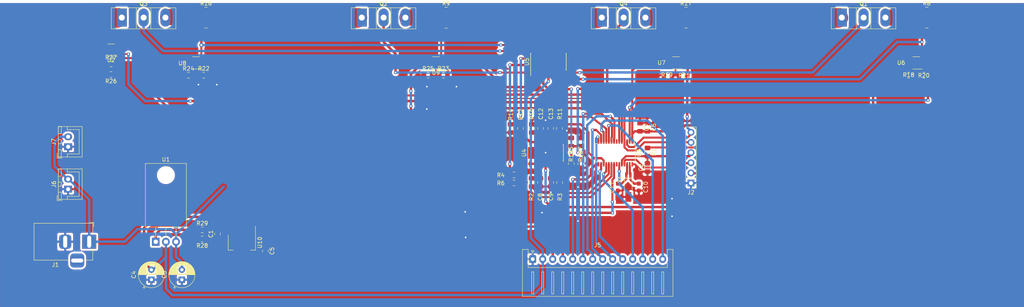
<source format=kicad_pcb>
(kicad_pcb (version 20171130) (host pcbnew "(5.0.0)")
  (layers (0 F.Cu signal) (31 B.Cu signal) (34 B.Paste user) (35 F.Paste user) (36 B.SilkS user) (37 F.SilkS user) (38 B.Mask user) (39 F.Mask user) (44 Edge.Cuts user))
  (net 0 "")
  (net 1 "Net-(Q1-Pad2)")
  (net 2 "Net-(Q2-Pad2)")
  (net 3 /I_3)
  (net 4 /I_4)
  (net 5 "Net-(Q3-Pad2)")
  (net 6 /I_2)
  (net 7 "Net-(Q4-Pad2)")
  (net 8 3V3)
  (net 9 +12V)
  (net 10 GND)
  (net 11 /i_sense_adapter/AD_1)
  (net 12 /P1.1)
  (net 13 /P1.2)
  (net 14 /i_sense_adapter/AD_4)
  (net 15 /PWM_3)
  (net 16 /PWM_4)
  (net 17 /PWM_1)
  (net 18 /PWM_2)
  (net 19 /RST)
  (net 20 /TEST)
  (net 21 "Net-(C11-Pad2)")
  (net 22 "Net-(C10-Pad2)")
  (net 23 "Net-(R18-Pad1)")
  (net 24 "Net-(R19-Pad1)")
  (net 25 "Net-(R22-Pad1)")
  (net 26 "Net-(R23-Pad1)")
  (net 27 "Net-(C8-Pad1)")
  (net 28 "Net-(C9-Pad1)")
  (net 29 "Net-(C12-Pad1)")
  (net 30 "Net-(C13-Pad1)")
  (net 31 "Net-(R4-Pad2)")
  (net 32 "Net-(R4-Pad1)")
  (net 33 "Net-(R5-Pad1)")
  (net 34 "Net-(R5-Pad2)")
  (net 35 "Net-(R12-Pad1)")
  (net 36 "Net-(R12-Pad2)")
  (net 37 "Net-(R13-Pad1)")
  (net 38 "Net-(R13-Pad2)")
  (net 39 +5V)
  (net 40 /ENC_B)
  (net 41 /ENC_A)
  (net 42 /IZQ_RUN)
  (net 43 V_BATT_SENSE)
  (net 44 "Net-(R26-Pad2)")
  (net 45 /D5)
  (net 46 /D4)
  (net 47 /D6)
  (net 48 /D7)
  (net 49 /E)
  (net 50 /RS)
  (net 51 /I_1)
  (net 52 "Net-(R28-Pad2)")
  (net 53 /SEL_SP)
  (net 54 /BATT_BOARD)
  (net 55 BAT+)
  (net 56 "Net-(U3-Pad7)")
  (net 57 /DER_STOP)
  (net 58 "Net-(U3-Pad22)")
  (net 59 "Net-(U5-Pad1)")
  (net 60 "Net-(U5-Pad7)")
  (net 61 "Net-(U5-Pad8)")
  (net 62 "Net-(U5-Pad14)")
  (module Resistor_SMD:R_1020_2550Metric_Pad1.33x5.20mm_HandSolder (layer F.Cu) (at 71.5 47.636)
    (fp_text reference R16 (at 0 -3.55) (layer F.SilkS))
    (fp_text value "0.05 2W 1%")
    (pad 2 smd roundrect (at 1.2125 0) (size 1.325 5.2) (layers F.Cu F.Paste F.Mask) (roundrect_rratio 0.188679) (net 10 GND))
    (pad 1 smd roundrect (at -1.2125 0) (size 1.325 5.2) (layers F.Cu F.Paste F.Mask) (roundrect_rratio 0.188679) (net 4 /I_4))
  )
  (module Resistor_SMD:R_1020_2550Metric_Pad1.33x5.20mm_HandSolder (layer F.Cu) (at 191.5125 47.64)
    (fp_text reference R17 (at 0 -3.55) (layer F.SilkS))
    (fp_text value "0.05 2W 1%")
    (pad 2 smd roundrect (at 1.2125 0) (size 1.325 5.2) (layers F.Cu F.Paste F.Mask) (roundrect_rratio 0.188679) (net 10 GND))
    (pad 1 smd roundrect (at -1.2125 0) (size 1.325 5.2) (layers F.Cu F.Paste F.Mask) (roundrect_rratio 0.188679) (net 6 /I_2))
  )
  (module Connector_BarrelJack:BarrelJack_Horizontal (layer F.Cu) (at 42.29 103.67)
    (fp_text reference J1 (at -8.45 5.75) (layer F.SilkS))
    (fp_text value Jack-DC)
    (pad 3 thru_hole roundrect (at -3 4.7) (size 3.5 3.5) (drill oval 3 1) (layers *.Cu *.Mask))
    (pad 2 thru_hole roundrect (at -6 0) (size 3 3.5) (drill oval 1 3) (layers *.Cu *.Mask) (net 10 GND))
    (pad 1 thru_hole rect (at 0 0) (size 3.5 3.5) (drill oval 1 3) (layers *.Cu *.Mask) (net 9 +12V))
  )
  (module Package_SO:SOIC-14_3.9x8.7mm_P1.27mm (layer F.Cu) (at 156.396 81.462 90)
    (fp_text reference U4 (at 0 -5.375 90) (layer F.SilkS))
    (fp_text value MCP6004)
    (pad 14 smd rect (at 2.7 -3.81 90) (size 1.5 0.6) (layers F.Cu F.Paste F.Mask) (net 36 "Net-(R12-Pad2)"))
    (pad 13 smd rect (at 2.7 -2.54 90) (size 1.5 0.6) (layers F.Cu F.Paste F.Mask) (net 36 "Net-(R12-Pad2)"))
    (pad 12 smd rect (at 2.7 -1.27 90) (size 1.5 0.6) (layers F.Cu F.Paste F.Mask) (net 29 "Net-(C12-Pad1)"))
    (pad 11 smd rect (at 2.7 0 90) (size 1.5 0.6) (layers F.Cu F.Paste F.Mask) (net 10 GND))
    (pad 10 smd rect (at 2.7 1.27 90) (size 1.5 0.6) (layers F.Cu F.Paste F.Mask) (net 30 "Net-(C13-Pad1)"))
    (pad 9 smd rect (at 2.7 2.54 90) (size 1.5 0.6) (layers F.Cu F.Paste F.Mask) (net 38 "Net-(R13-Pad2)"))
    (pad 8 smd rect (at 2.7 3.81 90) (size 1.5 0.6) (layers F.Cu F.Paste F.Mask) (net 38 "Net-(R13-Pad2)"))
    (pad 7 smd rect (at -2.7 3.81 90) (size 1.5 0.6) (layers F.Cu F.Paste F.Mask) (net 34 "Net-(R5-Pad2)"))
    (pad 6 smd rect (at -2.7 2.54 90) (size 1.5 0.6) (layers F.Cu F.Paste F.Mask) (net 34 "Net-(R5-Pad2)"))
    (pad 5 smd rect (at -2.7 1.27 90) (size 1.5 0.6) (layers F.Cu F.Paste F.Mask) (net 28 "Net-(C9-Pad1)"))
    (pad 4 smd rect (at -2.7 0 90) (size 1.5 0.6) (layers F.Cu F.Paste F.Mask) (net 8 3V3))
    (pad 3 smd rect (at -2.7 -1.27 90) (size 1.5 0.6) (layers F.Cu F.Paste F.Mask) (net 27 "Net-(C8-Pad1)"))
    (pad 2 smd rect (at -2.7 -2.54 90) (size 1.5 0.6) (layers F.Cu F.Paste F.Mask) (net 31 "Net-(R4-Pad2)"))
    (pad 1 smd rect (at -2.7 -3.81 90) (size 1.5 0.6) (layers F.Cu F.Paste F.Mask) (net 31 "Net-(R4-Pad2)"))
  )
  (module Resistor_SMD:R_0805_2012Metric_Pad1.15x1.40mm_HandSolder (layer F.Cu) (at 127.016 62.042)
    (fp_text reference R25 (at 0 -1.65) (layer F.SilkS))
    (fp_text value 10k)
    (pad 2 smd roundrect (at 1.025 0) (size 1.15 1.4) (layers F.Cu F.Paste F.Mask) (roundrect_rratio 0.217391) (net 26 "Net-(R23-Pad1)"))
    (pad 1 smd roundrect (at -1.025 0) (size 1.15 1.4) (layers F.Cu F.Paste F.Mask) (roundrect_rratio 0.217391) (net 10 GND))
  )
  (module Resistor_SMD:R_0805_2012Metric_Pad1.15x1.40mm_HandSolder (layer F.Cu) (at 67.106 62.042)
    (fp_text reference R24 (at 0 -1.65) (layer F.SilkS))
    (fp_text value 10k)
    (pad 2 smd roundrect (at 1.025 0) (size 1.15 1.4) (layers F.Cu F.Paste F.Mask) (roundrect_rratio 0.217391) (net 25 "Net-(R22-Pad1)"))
    (pad 1 smd roundrect (at -1.025 0) (size 1.15 1.4) (layers F.Cu F.Paste F.Mask) (roundrect_rratio 0.217391) (net 10 GND))
  )
  (module Resistor_SMD:R_0805_2012Metric_Pad1.15x1.40mm_HandSolder (layer F.Cu) (at 130.826 62.042)
    (fp_text reference R23 (at 0 -1.65) (layer F.SilkS))
    (fp_text value 82k)
    (pad 2 smd roundrect (at 1.025 0) (size 1.15 1.4) (layers F.Cu F.Paste F.Mask) (roundrect_rratio 0.217391) (net 13 /P1.2))
    (pad 1 smd roundrect (at -1.025 0) (size 1.15 1.4) (layers F.Cu F.Paste F.Mask) (roundrect_rratio 0.217391) (net 26 "Net-(R23-Pad1)"))
  )
  (module Resistor_SMD:R_0805_2012Metric_Pad1.15x1.40mm_HandSolder (layer F.Cu) (at 70.916 62.042)
    (fp_text reference R22 (at 0 -1.65) (layer F.SilkS))
    (fp_text value 82k)
    (pad 2 smd roundrect (at 1.025 0) (size 1.15 1.4) (layers F.Cu F.Paste F.Mask) (roundrect_rratio 0.217391) (net 14 /i_sense_adapter/AD_4))
    (pad 1 smd roundrect (at -1.025 0) (size 1.15 1.4) (layers F.Cu F.Paste F.Mask) (roundrect_rratio 0.217391) (net 25 "Net-(R22-Pad1)"))
  )
  (module Resistor_SMD:R_0805_2012Metric_Pad1.15x1.40mm_HandSolder (layer F.Cu) (at 186.964 62.042)
    (fp_text reference R21 (at 4.06 0.0675) (layer F.SilkS))
    (fp_text value 10k)
    (pad 2 smd roundrect (at 1.025 0) (size 1.15 1.4) (layers F.Cu F.Paste F.Mask) (roundrect_rratio 0.217391) (net 24 "Net-(R19-Pad1)"))
    (pad 1 smd roundrect (at -1.025 0) (size 1.15 1.4) (layers F.Cu F.Paste F.Mask) (roundrect_rratio 0.217391) (net 10 GND))
  )
  (module Resistor_SMD:R_0805_2012Metric_Pad1.15x1.40mm_HandSolder (layer F.Cu) (at 247.144 62.042)
    (fp_text reference R20 (at 3.81 0.0675) (layer F.SilkS))
    (fp_text value 10k)
    (pad 2 smd roundrect (at 1.025 0) (size 1.15 1.4) (layers F.Cu F.Paste F.Mask) (roundrect_rratio 0.217391) (net 23 "Net-(R18-Pad1)"))
    (pad 1 smd roundrect (at -1.025 0) (size 1.15 1.4) (layers F.Cu F.Paste F.Mask) (roundrect_rratio 0.217391) (net 10 GND))
  )
  (module Resistor_SMD:R_0805_2012Metric_Pad1.15x1.40mm_HandSolder (layer F.Cu) (at 190.774 62.042)
    (fp_text reference R19 (at -4.06 -0.0675) (layer F.SilkS))
    (fp_text value 82k)
    (pad 2 smd roundrect (at 1.025 0) (size 1.15 1.4) (layers F.Cu F.Paste F.Mask) (roundrect_rratio 0.217391) (net 12 /P1.1))
    (pad 1 smd roundrect (at -1.025 0) (size 1.15 1.4) (layers F.Cu F.Paste F.Mask) (roundrect_rratio 0.217391) (net 24 "Net-(R19-Pad1)"))
  )
  (module Resistor_SMD:R_0805_2012Metric_Pad1.15x1.40mm_HandSolder (layer F.Cu) (at 250.954 62.042)
    (fp_text reference R18 (at -3.81 -0.0675) (layer F.SilkS))
    (fp_text value 82k)
    (pad 2 smd roundrect (at 1.025 0) (size 1.15 1.4) (layers F.Cu F.Paste F.Mask) (roundrect_rratio 0.217391) (net 11 /i_sense_adapter/AD_1))
    (pad 1 smd roundrect (at -1.025 0) (size 1.15 1.4) (layers F.Cu F.Paste F.Mask) (roundrect_rratio 0.217391) (net 23 "Net-(R18-Pad1)"))
  )
  (module Package_TO_SOT_THT:TO-247-3_Vertical (layer F.Cu) (at 230.443016 47.636)
    (fp_text reference Q1 (at 5.45 -3.45) (layer F.SilkS))
    (fp_text value IRFP064N)
    (pad 1 thru_hole rect (at 0 0) (size 2.5 4.5) (drill 1.5) (layers *.Cu *.Mask) (net 54 /BATT_BOARD))
    (pad 2 thru_hole oval (at 5.45 0) (size 2.5 4.5) (drill 1.5) (layers *.Cu *.Mask) (net 1 "Net-(Q1-Pad2)"))
    (pad 3 thru_hole oval (at 10.9 0) (size 2.5 4.5) (drill 1.5) (layers *.Cu *.Mask) (net 51 /I_1))
  )
  (module Package_TO_SOT_THT:TO-247-3_Vertical (layer F.Cu) (at 110.4431 47.636)
    (fp_text reference Q2 (at 5.45 -3.45) (layer F.SilkS))
    (fp_text value IRFP064N)
    (pad 1 thru_hole rect (at 0 0) (size 2.5 4.5) (drill 1.5) (layers *.Cu *.Mask) (net 54 /BATT_BOARD))
    (pad 2 thru_hole oval (at 5.45 0) (size 2.5 4.5) (drill 1.5) (layers *.Cu *.Mask) (net 2 "Net-(Q2-Pad2)"))
    (pad 3 thru_hole oval (at 10.9 0) (size 2.5 4.5) (drill 1.5) (layers *.Cu *.Mask) (net 3 /I_3))
  )
  (module Package_TO_SOT_THT:TO-247-3_Vertical (layer F.Cu) (at 50.443142 47.636)
    (fp_text reference Q3 (at 5.45 -3.45) (layer F.SilkS))
    (fp_text value IRFP064N)
    (pad 3 thru_hole oval (at 10.9 0) (size 2.5 4.5) (drill 1.5) (layers *.Cu *.Mask) (net 4 /I_4))
    (pad 2 thru_hole oval (at 5.45 0) (size 2.5 4.5) (drill 1.5) (layers *.Cu *.Mask) (net 5 "Net-(Q3-Pad2)"))
    (pad 1 thru_hole rect (at 0 0) (size 2.5 4.5) (drill 1.5) (layers *.Cu *.Mask) (net 54 /BATT_BOARD))
  )
  (module Package_TO_SOT_THT:TO-247-3_Vertical (layer F.Cu) (at 170.443058 47.64)
    (fp_text reference Q4 (at 5.45 -3.45) (layer F.SilkS))
    (fp_text value IRFP064N)
    (pad 3 thru_hole oval (at 10.9 0) (size 2.5 4.5) (drill 1.5) (layers *.Cu *.Mask) (net 6 /I_2))
    (pad 2 thru_hole oval (at 5.45 0) (size 2.5 4.5) (drill 1.5) (layers *.Cu *.Mask) (net 7 "Net-(Q4-Pad2)"))
    (pad 1 thru_hole rect (at 0 0) (size 2.5 4.5) (drill 1.5) (layers *.Cu *.Mask) (net 54 /BATT_BOARD))
  )
  (module Package_SO:TSSOP-28_4.4x9.7mm_P0.65mm (layer F.Cu) (at 173.836 81.462 270)
    (fp_text reference U3 (at 0 -5.9 270) (layer F.SilkS))
    (fp_text value MSP430G2553IPW28)
    (pad 1 smd rect (at -2.85 -4.225 270) (size 1.1 0.4) (layers F.Cu F.Paste F.Mask) (net 8 3V3))
    (pad 2 smd rect (at -2.85 -3.575 270) (size 1.1 0.4) (layers F.Cu F.Paste F.Mask) (net 11 /i_sense_adapter/AD_1))
    (pad 3 smd rect (at -2.85 -2.925 270) (size 1.1 0.4) (layers F.Cu F.Paste F.Mask) (net 12 /P1.1))
    (pad 4 smd rect (at -2.85 -2.275 270) (size 1.1 0.4) (layers F.Cu F.Paste F.Mask) (net 13 /P1.2))
    (pad 5 smd rect (at -2.85 -1.625 270) (size 1.1 0.4) (layers F.Cu F.Paste F.Mask) (net 14 /i_sense_adapter/AD_4))
    (pad 6 smd rect (at -2.85 -0.975 270) (size 1.1 0.4) (layers F.Cu F.Paste F.Mask) (net 43 V_BATT_SENSE))
    (pad 7 smd rect (at -2.85 -0.325 270) (size 1.1 0.4) (layers F.Cu F.Paste F.Mask) (net 56 "Net-(U3-Pad7)"))
    (pad 8 smd rect (at -2.85 0.325 270) (size 1.1 0.4) (layers F.Cu F.Paste F.Mask) (net 45 /D5))
    (pad 9 smd rect (at -2.85 0.975 270) (size 1.1 0.4) (layers F.Cu F.Paste F.Mask) (net 46 /D4))
    (pad 10 smd rect (at -2.85 1.625 270) (size 1.1 0.4) (layers F.Cu F.Paste F.Mask) (net 42 /IZQ_RUN))
    (pad 11 smd rect (at -2.85 2.275 270) (size 1.1 0.4) (layers F.Cu F.Paste F.Mask) (net 15 /PWM_3))
    (pad 12 smd rect (at -2.85 2.925 270) (size 1.1 0.4) (layers F.Cu F.Paste F.Mask) (net 57 /DER_STOP))
    (pad 13 smd rect (at -2.85 3.575 270) (size 1.1 0.4) (layers F.Cu F.Paste F.Mask) (net 47 /D6))
    (pad 14 smd rect (at -2.85 4.225 270) (size 1.1 0.4) (layers F.Cu F.Paste F.Mask) (net 48 /D7))
    (pad 15 smd rect (at 2.85 4.225 270) (size 1.1 0.4) (layers F.Cu F.Paste F.Mask) (net 49 /E))
    (pad 16 smd rect (at 2.85 3.575 270) (size 1.1 0.4) (layers F.Cu F.Paste F.Mask) (net 41 /ENC_A))
    (pad 17 smd rect (at 2.85 2.925 270) (size 1.1 0.4) (layers F.Cu F.Paste F.Mask) (net 16 /PWM_4))
    (pad 18 smd rect (at 2.85 2.275 270) (size 1.1 0.4) (layers F.Cu F.Paste F.Mask) (net 40 /ENC_B))
    (pad 19 smd rect (at 2.85 1.625 270) (size 1.1 0.4) (layers F.Cu F.Paste F.Mask) (net 18 /PWM_2))
    (pad 20 smd rect (at 2.85 0.975 270) (size 1.1 0.4) (layers F.Cu F.Paste F.Mask) (net 17 /PWM_1))
    (pad 21 smd rect (at 2.85 0.325 270) (size 1.1 0.4) (layers F.Cu F.Paste F.Mask) (net 50 /RS))
    (pad 22 smd rect (at 2.85 -0.325 270) (size 1.1 0.4) (layers F.Cu F.Paste F.Mask) (net 58 "Net-(U3-Pad22)"))
    (pad 23 smd rect (at 2.85 -0.975 270) (size 1.1 0.4) (layers F.Cu F.Paste F.Mask) (net 53 /SEL_SP))
    (pad 24 smd rect (at 2.85 -1.625 270) (size 1.1 0.4) (layers F.Cu F.Paste F.Mask) (net 19 /RST))
    (pad 25 smd rect (at 2.85 -2.275 270) (size 1.1 0.4) (layers F.Cu F.Paste F.Mask) (net 20 /TEST))
    (pad 26 smd rect (at 2.85 -2.925 270) (size 1.1 0.4) (layers F.Cu F.Paste F.Mask) (net 21 "Net-(C11-Pad2)"))
    (pad 27 smd rect (at 2.85 -3.575 270) (size 1.1 0.4) (layers F.Cu F.Paste F.Mask) (net 22 "Net-(C10-Pad2)"))
    (pad 28 smd rect (at 2.85 -4.225 270) (size 1.1 0.4) (layers F.Cu F.Paste F.Mask) (net 10 GND))
  )
  (module Package_TO_SOT_SMD:TSOT-23-5 (layer F.Cu) (at 249.07 58.99 180)
    (fp_text reference U6 (at 3.787619 0.0675 180) (layer F.SilkS))
    (fp_text value AD8603)
    (pad 1 smd rect (at -1.31 -0.95 180) (size 1.22 0.65) (layers F.Cu F.Paste F.Mask) (net 11 /i_sense_adapter/AD_1))
    (pad 2 smd rect (at -1.31 0 180) (size 1.22 0.65) (layers F.Cu F.Paste F.Mask) (net 10 GND))
    (pad 3 smd rect (at -1.31 0.95 180) (size 1.22 0.65) (layers F.Cu F.Paste F.Mask) (net 51 /I_1))
    (pad 4 smd rect (at 1.31 0.95 180) (size 1.22 0.65) (layers F.Cu F.Paste F.Mask) (net 23 "Net-(R18-Pad1)"))
    (pad 5 smd rect (at 1.31 -0.95 180) (size 1.22 0.65) (layers F.Cu F.Paste F.Mask) (net 8 3V3))
  )
  (module Package_TO_SOT_SMD:TSOT-23-5 (layer F.Cu) (at 188.99 58.99 180)
    (fp_text reference U7 (at 3.607619 0.0675 180) (layer F.SilkS))
    (fp_text value AD8603)
    (pad 5 smd rect (at 1.31 -0.95 180) (size 1.22 0.65) (layers F.Cu F.Paste F.Mask) (net 8 3V3))
    (pad 4 smd rect (at 1.31 0.95 180) (size 1.22 0.65) (layers F.Cu F.Paste F.Mask) (net 24 "Net-(R19-Pad1)"))
    (pad 3 smd rect (at -1.31 0.95 180) (size 1.22 0.65) (layers F.Cu F.Paste F.Mask) (net 6 /I_2))
    (pad 2 smd rect (at -1.31 0 180) (size 1.22 0.65) (layers F.Cu F.Paste F.Mask) (net 10 GND))
    (pad 1 smd rect (at -1.31 -0.95 180) (size 1.22 0.65) (layers F.Cu F.Paste F.Mask) (net 12 /P1.1))
  )
  (module Package_TO_SOT_SMD:TSOT-23-5 (layer F.Cu) (at 69.02 58.99 180)
    (fp_text reference U8 (at 3.45 -0.0675 180) (layer F.SilkS))
    (fp_text value AD8603)
    (pad 5 smd rect (at 1.31 -0.95 180) (size 1.22 0.65) (layers F.Cu F.Paste F.Mask) (net 8 3V3))
    (pad 4 smd rect (at 1.31 0.95 180) (size 1.22 0.65) (layers F.Cu F.Paste F.Mask) (net 25 "Net-(R22-Pad1)"))
    (pad 3 smd rect (at -1.31 0.95 180) (size 1.22 0.65) (layers F.Cu F.Paste F.Mask) (net 4 /I_4))
    (pad 2 smd rect (at -1.31 0 180) (size 1.22 0.65) (layers F.Cu F.Paste F.Mask) (net 10 GND))
    (pad 1 smd rect (at -1.31 -0.95 180) (size 1.22 0.65) (layers F.Cu F.Paste F.Mask) (net 14 /i_sense_adapter/AD_4))
  )
  (module Package_TO_SOT_SMD:TSOT-23-5 (layer F.Cu) (at 128.98 58.99 180)
    (fp_text reference U9 (at 0 -2.45 180) (layer F.SilkS))
    (fp_text value AD8603)
    (pad 1 smd rect (at -1.31 -0.95 180) (size 1.22 0.65) (layers F.Cu F.Paste F.Mask) (net 13 /P1.2))
    (pad 2 smd rect (at -1.31 0 180) (size 1.22 0.65) (layers F.Cu F.Paste F.Mask) (net 10 GND))
    (pad 3 smd rect (at -1.31 0.95 180) (size 1.22 0.65) (layers F.Cu F.Paste F.Mask) (net 3 /I_3))
    (pad 4 smd rect (at 1.31 0.95 180) (size 1.22 0.65) (layers F.Cu F.Paste F.Mask) (net 26 "Net-(R23-Pad1)"))
    (pad 5 smd rect (at 1.31 -0.95 180) (size 1.22 0.65) (layers F.Cu F.Paste F.Mask) (net 8 3V3))
  )
  (module Capacitor_SMD:C_0603_1608Metric_Pad1.05x0.95mm_HandSolder (layer F.Cu) (at 179.716 90.022 90)
    (fp_text reference C10 (at 0 1.72 90) (layer F.SilkS))
    (fp_text value 12pF)
    (pad 1 smd roundrect (at -0.875 0 90) (size 1.05 0.95) (layers F.Cu F.Paste F.Mask) (net 10 GND))
    (pad 2 smd roundrect (at 0.875 0 90) (size 1.05 0.95) (layers F.Cu F.Paste F.Mask) (net 22 "Net-(C10-Pad2)"))
  )
  (module Capacitor_SMD:C_0603_1608Metric_Pad1.05x0.95mm_HandSolder (layer F.Cu) (at 174.456 90.022 90)
    (fp_text reference C11 (at 0 -1.43 90) (layer F.SilkS))
    (fp_text value 12pF)
    (pad 2 smd roundrect (at 0.875 0 90) (size 1.05 0.95) (layers F.Cu F.Paste F.Mask) (net 21 "Net-(C11-Pad2)"))
    (pad 1 smd roundrect (at -0.875 0 90) (size 1.05 0.95) (layers F.Cu F.Paste F.Mask) (net 10 GND))
  )
  (module Resistor_SMD:R_0805_2012Metric_Pad1.15x1.40mm_HandSolder (layer F.Cu) (at 181.87 81.26 270)
    (fp_text reference R1 (at 0 -1.65 270) (layer F.SilkS))
    (fp_text value 47k)
    (pad 1 smd roundrect (at -1.025 0 270) (size 1.15 1.4) (layers F.Cu F.Paste F.Mask) (roundrect_rratio 0.217391) (net 8 3V3))
    (pad 2 smd roundrect (at 1.025 0 270) (size 1.15 1.4) (layers F.Cu F.Paste F.Mask) (roundrect_rratio 0.217391) (net 19 /RST))
  )
  (module Resistor_SMD:R_0805_2012Metric_Pad1.15x1.40mm_HandSolder (layer F.Cu) (at 152.876 88.852 270)
    (fp_text reference R2 (at 3.635 0.03 270) (layer F.SilkS))
    (fp_text value 10k)
    (pad 2 smd roundrect (at 1.025 0 270) (size 1.15 1.4) (layers F.Cu F.Paste F.Mask) (roundrect_rratio 0.217391) (net 17 /PWM_1))
    (pad 1 smd roundrect (at -1.025 0 270) (size 1.15 1.4) (layers F.Cu F.Paste F.Mask) (roundrect_rratio 0.217391) (net 27 "Net-(C8-Pad1)"))
  )
  (module Resistor_SMD:R_0805_2012Metric_Pad1.15x1.40mm_HandSolder (layer F.Cu) (at 159.906 88.852 270)
    (fp_text reference R3 (at 3.635 -0.0675 270) (layer F.SilkS))
    (fp_text value 10k)
    (pad 1 smd roundrect (at -1.025 0 270) (size 1.15 1.4) (layers F.Cu F.Paste F.Mask) (roundrect_rratio 0.217391) (net 28 "Net-(C9-Pad1)"))
    (pad 2 smd roundrect (at 1.025 0 270) (size 1.15 1.4) (layers F.Cu F.Paste F.Mask) (roundrect_rratio 0.217391) (net 18 /PWM_2))
  )
  (module Resistor_SMD:R_0805_2012Metric_Pad1.15x1.40mm_HandSolder (layer F.Cu) (at 148.48 86.97)
    (fp_text reference R4 (at -3.295 0.0675) (layer F.SilkS))
    (fp_text value 100k)
    (pad 2 smd roundrect (at 1.025 0) (size 1.15 1.4) (layers F.Cu F.Paste F.Mask) (roundrect_rratio 0.217391) (net 31 "Net-(R4-Pad2)"))
    (pad 1 smd roundrect (at -1.025 0) (size 1.15 1.4) (layers F.Cu F.Paste F.Mask) (roundrect_rratio 0.217391) (net 32 "Net-(R4-Pad1)"))
  )
  (module Resistor_SMD:R_0805_2012Metric_Pad1.15x1.40mm_HandSolder (layer F.Cu) (at 162.818999 84.162 270)
    (fp_text reference R5 (at -3.295 0.0675 270) (layer F.SilkS))
    (fp_text value 100k)
    (pad 1 smd roundrect (at -1.025 0 270) (size 1.15 1.4) (layers F.Cu F.Paste F.Mask) (roundrect_rratio 0.217391) (net 33 "Net-(R5-Pad1)"))
    (pad 2 smd roundrect (at 1.025 0 270) (size 1.15 1.4) (layers F.Cu F.Paste F.Mask) (roundrect_rratio 0.217391) (net 34 "Net-(R5-Pad2)"))
  )
  (module Resistor_SMD:R_0805_2012Metric_Pad1.15x1.40mm_HandSolder (layer F.Cu) (at 148.48 88.97)
    (fp_text reference R6 (at -3.295 0.0675) (layer F.SilkS))
    (fp_text value 10k)
    (pad 1 smd roundrect (at -1.025 0) (size 1.15 1.4) (layers F.Cu F.Paste F.Mask) (roundrect_rratio 0.217391) (net 32 "Net-(R4-Pad1)"))
    (pad 2 smd roundrect (at 1.025 0) (size 1.15 1.4) (layers F.Cu F.Paste F.Mask) (roundrect_rratio 0.217391) (net 10 GND))
  )
  (module Resistor_SMD:R_0805_2012Metric_Pad1.15x1.40mm_HandSolder (layer F.Cu) (at 165.196 84.162 270)
    (fp_text reference R7 (at -3.295 0.0675 270) (layer F.SilkS))
    (fp_text value 10k)
    (pad 2 smd roundrect (at 1.025 0 270) (size 1.15 1.4) (layers F.Cu F.Paste F.Mask) (roundrect_rratio 0.217391) (net 10 GND))
    (pad 1 smd roundrect (at -1.025 0 270) (size 1.15 1.4) (layers F.Cu F.Paste F.Mask) (roundrect_rratio 0.217391) (net 33 "Net-(R5-Pad1)"))
  )
  (module Resistor_SMD:R_1020_2550Metric_Pad1.33x5.20mm_HandSolder (layer F.Cu) (at 251.6825 47.636)
    (fp_text reference R8 (at 0 -3.55) (layer F.SilkS))
    (fp_text value "0.05 2W 1%")
    (pad 1 smd roundrect (at -1.2125 0) (size 1.325 5.2) (layers F.Cu F.Paste F.Mask) (roundrect_rratio 0.188679) (net 51 /I_1))
    (pad 2 smd roundrect (at 1.2125 0) (size 1.325 5.2) (layers F.Cu F.Paste F.Mask) (roundrect_rratio 0.188679) (net 10 GND))
  )
  (module Resistor_SMD:R_1020_2550Metric_Pad1.33x5.20mm_HandSolder (layer F.Cu) (at 131.5225 47.66)
    (fp_text reference R9 (at 0 -3.55) (layer F.SilkS))
    (fp_text value "0.05 2W 1%")
    (pad 1 smd roundrect (at -1.2125 0) (size 1.325 5.2) (layers F.Cu F.Paste F.Mask) (roundrect_rratio 0.188679) (net 3 /I_3))
    (pad 2 smd roundrect (at 1.2125 0) (size 1.325 5.2) (layers F.Cu F.Paste F.Mask) (roundrect_rratio 0.188679) (net 10 GND))
  )
  (module Resistor_SMD:R_0805_2012Metric_Pad1.15x1.40mm_HandSolder (layer F.Cu) (at 152.92 75.342 90)
    (fp_text reference R10 (at 3.64 0.0675 90) (layer F.SilkS))
    (fp_text value 10k)
    (pad 2 smd roundrect (at 1.025 0 90) (size 1.15 1.4) (layers F.Cu F.Paste F.Mask) (roundrect_rratio 0.217391) (net 15 /PWM_3))
    (pad 1 smd roundrect (at -1.025 0 90) (size 1.15 1.4) (layers F.Cu F.Paste F.Mask) (roundrect_rratio 0.217391) (net 29 "Net-(C12-Pad1)"))
  )
  (module Resistor_SMD:R_0805_2012Metric_Pad1.15x1.40mm_HandSolder (layer F.Cu) (at 159.866 75.342 90)
    (fp_text reference R11 (at 3.64 0.0675 90) (layer F.SilkS))
    (fp_text value 10k)
    (pad 2 smd roundrect (at 1.025 0 90) (size 1.15 1.4) (layers F.Cu F.Paste F.Mask) (roundrect_rratio 0.217391) (net 16 /PWM_4))
    (pad 1 smd roundrect (at -1.025 0 90) (size 1.15 1.4) (layers F.Cu F.Paste F.Mask) (roundrect_rratio 0.217391) (net 30 "Net-(C13-Pad1)"))
  )
  (module Resistor_SMD:R_0805_2012Metric_Pad1.15x1.40mm_HandSolder (layer F.Cu) (at 150.116 75.342 270)
    (fp_text reference R12 (at -3.495 -0.0675 270) (layer F.SilkS))
    (fp_text value 100k)
    (pad 1 smd roundrect (at -1.025 0 270) (size 1.15 1.4) (layers F.Cu F.Paste F.Mask) (roundrect_rratio 0.217391) (net 35 "Net-(R12-Pad1)"))
    (pad 2 smd roundrect (at 1.025 0 270) (size 1.15 1.4) (layers F.Cu F.Paste F.Mask) (roundrect_rratio 0.217391) (net 36 "Net-(R12-Pad2)"))
  )
  (module Resistor_SMD:R_0805_2012Metric_Pad1.15x1.40mm_HandSolder (layer F.Cu) (at 162.818999 78.762 90)
    (fp_text reference R13 (at -3.495 -0.0675 90) (layer F.SilkS))
    (fp_text value 100k)
    (pad 1 smd roundrect (at -1.025 0 90) (size 1.15 1.4) (layers F.Cu F.Paste F.Mask) (roundrect_rratio 0.217391) (net 37 "Net-(R13-Pad1)"))
    (pad 2 smd roundrect (at 1.025 0 90) (size 1.15 1.4) (layers F.Cu F.Paste F.Mask) (roundrect_rratio 0.217391) (net 38 "Net-(R13-Pad2)"))
  )
  (module Resistor_SMD:R_0805_2012Metric_Pad1.15x1.40mm_HandSolder (layer F.Cu) (at 147.616 75.342 270)
    (fp_text reference R14 (at -3.495 -0.0675 270) (layer F.SilkS))
    (fp_text value 10k)
    (pad 2 smd roundrect (at 1.025 0 270) (size 1.15 1.4) (layers F.Cu F.Paste F.Mask) (roundrect_rratio 0.217391) (net 10 GND))
    (pad 1 smd roundrect (at -1.025 0 270) (size 1.15 1.4) (layers F.Cu F.Paste F.Mask) (roundrect_rratio 0.217391) (net 35 "Net-(R12-Pad1)"))
  )
  (module Resistor_SMD:R_0805_2012Metric_Pad1.15x1.40mm_HandSolder (layer F.Cu) (at 165.196 78.762 90)
    (fp_text reference R15 (at -3.495 -0.0675 90) (layer F.SilkS))
    (fp_text value 10k)
    (pad 1 smd roundrect (at -1.025 0 90) (size 1.15 1.4) (layers F.Cu F.Paste F.Mask) (roundrect_rratio 0.217391) (net 37 "Net-(R13-Pad1)"))
    (pad 2 smd roundrect (at 1.025 0 90) (size 1.15 1.4) (layers F.Cu F.Paste F.Mask) (roundrect_rratio 0.217391) (net 10 GND))
  )
  (module Capacitor_SMD:C_0805_2012Metric_Pad1.15x1.40mm_HandSolder (layer F.Cu) (at 155.116 88.852 270)
    (fp_text reference C8 (at 3.635 0.06 270) (layer F.SilkS))
    (fp_text value 1uF)
    (pad 2 smd roundrect (at 1.025 0 270) (size 1.15 1.4) (layers F.Cu F.Paste F.Mask) (roundrect_rratio 0.217391) (net 10 GND))
    (pad 1 smd roundrect (at -1.025 0 270) (size 1.15 1.4) (layers F.Cu F.Paste F.Mask) (roundrect_rratio 0.217391) (net 27 "Net-(C8-Pad1)"))
  )
  (module Capacitor_SMD:C_0805_2012Metric_Pad1.15x1.40mm_HandSolder (layer F.Cu) (at 157.666 88.852 270)
    (fp_text reference C9 (at 3.635 -0.0675 270) (layer F.SilkS))
    (fp_text value 1uF)
    (pad 2 smd roundrect (at 1.025 0 270) (size 1.15 1.4) (layers F.Cu F.Paste F.Mask) (roundrect_rratio 0.217391) (net 10 GND))
    (pad 1 smd roundrect (at -1.025 0 270) (size 1.15 1.4) (layers F.Cu F.Paste F.Mask) (roundrect_rratio 0.217391) (net 28 "Net-(C9-Pad1)"))
  )
  (module Capacitor_SMD:C_0805_2012Metric_Pad1.15x1.40mm_HandSolder (layer F.Cu) (at 155.126 75.342 90)
    (fp_text reference C12 (at 3.64 0.0675 90) (layer F.SilkS))
    (fp_text value 1uF)
    (pad 1 smd roundrect (at -1.025 0 90) (size 1.15 1.4) (layers F.Cu F.Paste F.Mask) (roundrect_rratio 0.217391) (net 29 "Net-(C12-Pad1)"))
    (pad 2 smd roundrect (at 1.025 0 90) (size 1.15 1.4) (layers F.Cu F.Paste F.Mask) (roundrect_rratio 0.217391) (net 10 GND))
  )
  (module Capacitor_SMD:C_0805_2012Metric_Pad1.15x1.40mm_HandSolder (layer F.Cu) (at 157.666 75.342 90)
    (fp_text reference C13 (at 3.64 0.04 90) (layer F.SilkS))
    (fp_text value 1uF)
    (pad 1 smd roundrect (at -1.025 0 90) (size 1.15 1.4) (layers F.Cu F.Paste F.Mask) (roundrect_rratio 0.217391) (net 30 "Net-(C13-Pad1)"))
    (pad 2 smd roundrect (at 1.025 0 90) (size 1.15 1.4) (layers F.Cu F.Paste F.Mask) (roundrect_rratio 0.217391) (net 10 GND))
  )
  (module Crystal:Crystal_SMD_MicroCrystal_MS3V-T1R (layer F.Cu) (at 177.086 90.002)
    (fp_text reference Y1 (at -2.07 -1.9625 90) (layer F.SilkS))
    (fp_text value Crystal_GND3_Small)
    (pad 1 smd rect (at -0.5 -3.125) (size 0.6 1.1) (layers F.Cu F.Paste F.Mask) (net 21 "Net-(C11-Pad2)"))
    (pad 2 smd rect (at 0.5 -3.125) (size 0.6 1.1) (layers F.Cu F.Paste F.Mask) (net 22 "Net-(C10-Pad2)"))
    (pad 3 smd rect (at 0 2.475) (size 1.5 2.4) (layers F.Cu F.Paste F.Mask) (net 10 GND))
  )
  (module Package_TO_SOT_SMD:TSOT-23-5 (layer F.Cu) (at 47.75 55.797148 180)
    (fp_text reference U2 (at 0 -2.45 180) (layer F.SilkS))
    (fp_text value AD8603)
    (pad 1 smd rect (at -1.31 -0.95 180) (size 1.22 0.65) (layers F.Cu F.Paste F.Mask) (net 43 V_BATT_SENSE))
    (pad 2 smd rect (at -1.31 0 180) (size 1.22 0.65) (layers F.Cu F.Paste F.Mask) (net 10 GND))
    (pad 3 smd rect (at -1.31 0.95 180) (size 1.22 0.65) (layers F.Cu F.Paste F.Mask) (net 44 "Net-(R26-Pad2)"))
    (pad 4 smd rect (at 1.31 0.95 180) (size 1.22 0.65) (layers F.Cu F.Paste F.Mask) (net 43 V_BATT_SENSE))
    (pad 5 smd rect (at 1.31 -0.95 180) (size 1.22 0.65) (layers F.Cu F.Paste F.Mask) (net 8 3V3))
  )
  (module Resistor_SMD:R_0805_2012Metric_Pad1.15x1.40mm_HandSolder (layer F.Cu) (at 47.75 61.883574 180)
    (fp_text reference R26 (at 0 -1.65 180) (layer F.SilkS))
    (fp_text value 100K)
    (pad 1 smd roundrect (at -1.025 0 180) (size 1.15 1.4) (layers F.Cu F.Paste F.Mask) (roundrect_rratio 0.217391) (net 55 BAT+))
    (pad 2 smd roundrect (at 1.025 0 180) (size 1.15 1.4) (layers F.Cu F.Paste F.Mask) (roundrect_rratio 0.217391) (net 44 "Net-(R26-Pad2)"))
  )
  (module Resistor_SMD:R_0805_2012Metric_Pad1.15x1.40mm_HandSolder (layer F.Cu) (at 47.75 59.215361)
    (fp_text reference R27 (at 0 -1.65) (layer F.SilkS))
    (fp_text value 10K)
    (pad 2 smd roundrect (at 1.025 0) (size 1.15 1.4) (layers F.Cu F.Paste F.Mask) (roundrect_rratio 0.217391) (net 10 GND))
    (pad 1 smd roundrect (at -1.025 0) (size 1.15 1.4) (layers F.Cu F.Paste F.Mask) (roundrect_rratio 0.217391) (net 44 "Net-(R26-Pad2)"))
  )
  (module Capacitor_SMD:C_0805_2012Metric_Pad1.15x1.40mm_HandSolder (layer F.Cu) (at 181.861 85.117 90)
    (fp_text reference C2 (at 0 -1.65 90) (layer F.SilkS))
    (fp_text value 100nF)
    (pad 1 smd roundrect (at -1.025 0 90) (size 1.15 1.4) (layers F.Cu F.Paste F.Mask) (roundrect_rratio 0.217391) (net 10 GND))
    (pad 2 smd roundrect (at 1.025 0 90) (size 1.15 1.4) (layers F.Cu F.Paste F.Mask) (roundrect_rratio 0.217391) (net 19 /RST))
  )
  (module Capacitor_SMD:C_0805_2012Metric_Pad1.15x1.40mm_HandSolder (layer F.Cu) (at 74.352 101.734 90)
    (fp_text reference C1 (at 0 -1.65 90) (layer F.SilkS))
    (fp_text value 0.1uF)
    (pad 2 smd roundrect (at 1.025 0 90) (size 1.15 1.4) (layers F.Cu F.Paste F.Mask) (roundrect_rratio 0.217391) (net 39 +5V))
    (pad 1 smd roundrect (at -1.025 0 90) (size 1.15 1.4) (layers F.Cu F.Paste F.Mask) (roundrect_rratio 0.217391) (net 10 GND))
  )
  (module Capacitor_THT:CP_Radial_D6.3mm_P2.50mm (layer F.Cu) (at 65.462 113.164 90)
    (fp_text reference C3 (at 1.25 -4.4 90) (layer F.SilkS))
    (fp_text value 0.1uF)
    (pad 2 thru_hole circle (at 2.5 0 90) (size 1.6 1.6) (drill 0.8) (layers *.Cu *.Mask) (net 9 +12V))
    (pad 1 thru_hole rect (at 0 0 90) (size 1.6 1.6) (drill 0.8) (layers *.Cu *.Mask) (net 10 GND))
  )
  (module Capacitor_THT:CP_Radial_D6.3mm_P2.50mm (layer F.Cu) (at 57.842 113.164 90)
    (fp_text reference C4 (at 1.25 -4.4 90) (layer F.SilkS))
    (fp_text value 0.1uF)
    (pad 1 thru_hole rect (at 0 0 90) (size 1.6 1.6) (drill 0.8) (layers *.Cu *.Mask) (net 10 GND))
    (pad 2 thru_hole circle (at 2.5 0 90) (size 1.6 1.6) (drill 0.8) (layers *.Cu *.Mask) (net 39 +5V))
  )
  (module Capacitor_SMD:C_0805_2012Metric_Pad1.15x1.40mm_HandSolder (layer F.Cu) (at 86.35 105.98 270)
    (fp_text reference C5 (at 0 -1.65 270) (layer F.SilkS))
    (fp_text value 0.1uF)
    (pad 1 smd roundrect (at -1.025 0 270) (size 1.15 1.4) (layers F.Cu F.Paste F.Mask) (roundrect_rratio 0.217391) (net 10 GND))
    (pad 2 smd roundrect (at 1.025 0 270) (size 1.15 1.4) (layers F.Cu F.Paste F.Mask) (roundrect_rratio 0.217391) (net 8 3V3))
  )
  (module Resistor_SMD:R_0805_2012Metric_Pad1.15x1.40mm_HandSolder (layer F.Cu) (at 70.542 103.004 180)
    (fp_text reference R28 (at 0 -1.65 180) (layer F.SilkS))
    (fp_text value 720)
    (pad 2 smd roundrect (at 1.025 0 180) (size 1.15 1.4) (layers F.Cu F.Paste F.Mask) (roundrect_rratio 0.217391) (net 52 "Net-(R28-Pad2)"))
    (pad 1 smd roundrect (at -1.025 0 180) (size 1.15 1.4) (layers F.Cu F.Paste F.Mask) (roundrect_rratio 0.217391) (net 10 GND))
  )
  (module Resistor_SMD:R_0805_2012Metric_Pad1.15x1.40mm_HandSolder (layer F.Cu) (at 70.542 100.718)
    (fp_text reference R29 (at 0 -1.65) (layer F.SilkS))
    (fp_text value 240)
    (pad 1 smd roundrect (at -1.025 0) (size 1.15 1.4) (layers F.Cu F.Paste F.Mask) (roundrect_rratio 0.217391) (net 52 "Net-(R28-Pad2)"))
    (pad 2 smd roundrect (at 1.025 0) (size 1.15 1.4) (layers F.Cu F.Paste F.Mask) (roundrect_rratio 0.217391) (net 39 +5V))
  )
  (module Package_TO_SOT_THT:TO-220-3_Horizontal_TabDown (layer F.Cu) (at 58.928 103.683)
    (fp_text reference U1 (at 2.54 -20.58) (layer F.SilkS))
    (fp_text value LM317_3PinPackage)
    (pad "" np_thru_hole oval (at 2.54 -16.66) (size 3.5 3.5) (drill 3.5) (layers *.Cu *.Mask))
    (pad 1 thru_hole rect (at 0 0) (size 1.905 2) (drill 1.1) (layers *.Cu *.Mask) (net 52 "Net-(R28-Pad2)"))
    (pad 2 thru_hole oval (at 2.54 0) (size 1.905 2) (drill 1.1) (layers *.Cu *.Mask) (net 39 +5V))
    (pad 3 thru_hole oval (at 5.08 0) (size 1.905 2) (drill 1.1) (layers *.Cu *.Mask) (net 9 +12V))
  )
  (module Package_TO_SOT_SMD:SOT-223-3_TabPin2 (layer F.Cu) (at 80.448 103.868 270)
    (fp_text reference U10 (at 0 -4.5 270) (layer F.SilkS))
    (fp_text value AMS1117-3.3)
    (pad 2 smd rect (at 3.15 0 270) (size 2 3.8) (layers F.Cu F.Paste F.Mask) (net 8 3V3))
    (pad 2 smd rect (at -3.15 0 270) (size 2 1.5) (layers F.Cu F.Paste F.Mask) (net 8 3V3))
    (pad 3 smd rect (at -3.15 2.3 270) (size 2 1.5) (layers F.Cu F.Paste F.Mask) (net 39 +5V))
    (pad 1 smd rect (at -3.15 -2.3 270) (size 2 1.5) (layers F.Cu F.Paste F.Mask) (net 10 GND))
  )
  (module Capacitor_SMD:C_0805_2012Metric_Pad1.15x1.40mm_HandSolder (layer F.Cu) (at 181.82 75.04 270)
    (fp_text reference C6 (at 0 -1.65 270) (layer F.SilkS))
    (fp_text value 10uF/10V)
    (pad 2 smd roundrect (at 1.025 0 270) (size 1.15 1.4) (layers F.Cu F.Paste F.Mask) (roundrect_rratio 0.217391) (net 8 3V3))
    (pad 1 smd roundrect (at -1.025 0 270) (size 1.15 1.4) (layers F.Cu F.Paste F.Mask) (roundrect_rratio 0.217391) (net 10 GND))
  )
  (module Capacitor_SMD:C_0805_2012Metric_Pad1.15x1.40mm_HandSolder (layer F.Cu) (at 180.01 75.04 270)
    (fp_text reference C7 (at 0 -1.65 270) (layer F.SilkS))
    (fp_text value 100nF)
    (pad 1 smd roundrect (at -1.025 0 270) (size 1.15 1.4) (layers F.Cu F.Paste F.Mask) (roundrect_rratio 0.217391) (net 10 GND))
    (pad 2 smd roundrect (at 1.025 0 270) (size 1.15 1.4) (layers F.Cu F.Paste F.Mask) (roundrect_rratio 0.217391) (net 8 3V3))
  )
  (module Connector_JST:JST_XH_S14B-XH-A_1x14_P2.50mm_Horizontal (layer F.Cu) (at 153.17 108.02)
    (fp_text reference J5 (at 16.25 -3.5) (layer F.SilkS))
    (fp_text value Conn_01x14_Male)
    (pad 1 thru_hole roundrect (at 0 0) (size 1.7 1.95) (drill 0.95) (layers *.Cu *.Mask) (roundrect_rratio 0.147059) (net 10 GND))
    (pad 2 thru_hole oval (at 2.5 0) (size 1.7 1.95) (drill 0.95) (layers *.Cu *.Mask) (net 39 +5V))
    (pad 3 thru_hole oval (at 5 0) (size 1.7 1.95) (drill 0.95) (layers *.Cu *.Mask) (net 8 3V3))
    (pad 4 thru_hole oval (at 7.5 0) (size 1.7 1.95) (drill 0.95) (layers *.Cu *.Mask) (net 50 /RS))
    (pad 5 thru_hole oval (at 10 0) (size 1.7 1.95) (drill 0.95) (layers *.Cu *.Mask) (net 49 /E))
    (pad 6 thru_hole oval (at 12.5 0) (size 1.7 1.95) (drill 0.95) (layers *.Cu *.Mask) (net 46 /D4))
    (pad 7 thru_hole oval (at 15 0) (size 1.7 1.95) (drill 0.95) (layers *.Cu *.Mask) (net 45 /D5))
    (pad 8 thru_hole oval (at 17.5 0) (size 1.7 1.95) (drill 0.95) (layers *.Cu *.Mask) (net 47 /D6))
    (pad 9 thru_hole oval (at 20 0) (size 1.7 1.95) (drill 0.95) (layers *.Cu *.Mask) (net 48 /D7))
    (pad 10 thru_hole oval (at 22.5 0) (size 1.7 1.95) (drill 0.95) (layers *.Cu *.Mask) (net 41 /ENC_A))
    (pad 11 thru_hole oval (at 25 0) (size 1.7 1.95) (drill 0.95) (layers *.Cu *.Mask) (net 40 /ENC_B))
    (pad 12 thru_hole oval (at 27.5 0) (size 1.7 1.95) (drill 0.95) (layers *.Cu *.Mask) (net 53 /SEL_SP))
    (pad 13 thru_hole oval (at 30 0) (size 1.7 1.95) (drill 0.95) (layers *.Cu *.Mask) (net 42 /IZQ_RUN))
    (pad 14 thru_hole oval (at 32.5 0) (size 1.7 1.95) (drill 0.95) (layers *.Cu *.Mask) (net 57 /DER_STOP))
  )
  (module Connector_JST:JST_XH_B02B-XH-A_1x02_P2.50mm_Vertical (layer F.Cu) (at 37.02 90.53 90)
    (fp_text reference J6 (at 1.25 -3.55 90) (layer F.SilkS))
    (fp_text value Conn_01x02_Female)
    (pad 1 thru_hole rect (at 0 0 90) (size 1.7 2) (drill 1) (layers *.Cu *.Mask) (net 10 GND))
    (pad 2 thru_hole oval (at 2.5 0 90) (size 1.7 2) (drill 1) (layers *.Cu *.Mask) (net 9 +12V))
  )
  (module Connector_JST:JST_XH_B02B-XH-A_1x02_P2.50mm_Vertical (layer F.Cu) (at 37.02 79.93 90)
    (fp_text reference J7 (at 1.25 -3.55 90) (layer F.SilkS))
    (fp_text value Conn_01x02_Female)
    (pad 2 thru_hole oval (at 2.5 0 90) (size 1.7 2) (drill 1) (layers *.Cu *.Mask) (net 9 +12V))
    (pad 1 thru_hole rect (at 0 0 90) (size 1.7 2) (drill 1) (layers *.Cu *.Mask) (net 10 GND))
  )
  (module Package_SO:SOIC-14_3.9x8.7mm_P1.27mm (layer F.Cu) (at 157.1 58.69 90)
    (fp_text reference U5 (at 0 -5.375 90) (layer F.SilkS))
    (fp_text value TL084)
    (pad 1 smd rect (at -2.7 -3.81 90) (size 1.5 0.6) (layers F.Cu F.Paste F.Mask) (net 59 "Net-(U5-Pad1)"))
    (pad 2 smd rect (at -2.7 -2.54 90) (size 1.5 0.6) (layers F.Cu F.Paste F.Mask) (net 3 /I_3))
    (pad 3 smd rect (at -2.7 -1.27 90) (size 1.5 0.6) (layers F.Cu F.Paste F.Mask) (net 33 "Net-(R5-Pad1)"))
    (pad 4 smd rect (at -2.7 0 90) (size 1.5 0.6) (layers F.Cu F.Paste F.Mask) (net 39 +5V))
    (pad 5 smd rect (at -2.7 1.27 90) (size 1.5 0.6) (layers F.Cu F.Paste F.Mask) (net 32 "Net-(R4-Pad1)"))
    (pad 6 smd rect (at -2.7 2.54 90) (size 1.5 0.6) (layers F.Cu F.Paste F.Mask) (net 51 /I_1))
    (pad 7 smd rect (at -2.7 3.81 90) (size 1.5 0.6) (layers F.Cu F.Paste F.Mask) (net 60 "Net-(U5-Pad7)"))
    (pad 8 smd rect (at 2.7 3.81 90) (size 1.5 0.6) (layers F.Cu F.Paste F.Mask) (net 61 "Net-(U5-Pad8)"))
    (pad 9 smd rect (at 2.7 2.54 90) (size 1.5 0.6) (layers F.Cu F.Paste F.Mask) (net 6 /I_2))
    (pad 10 smd rect (at 2.7 1.27 90) (size 1.5 0.6) (layers F.Cu F.Paste F.Mask) (net 37 "Net-(R13-Pad1)"))
    (pad 11 smd rect (at 2.7 0 90) (size 1.5 0.6) (layers F.Cu F.Paste F.Mask) (net 10 GND))
    (pad 12 smd rect (at 2.7 -1.27 90) (size 1.5 0.6) (layers F.Cu F.Paste F.Mask) (net 35 "Net-(R12-Pad1)"))
    (pad 13 smd rect (at 2.7 -2.54 90) (size 1.5 0.6) (layers F.Cu F.Paste F.Mask) (net 4 /I_4))
    (pad 14 smd rect (at 2.7 -3.81 90) (size 1.5 0.6) (layers F.Cu F.Paste F.Mask) (net 62 "Net-(U5-Pad14)"))
  )
  (module Connector_PinHeader_2.54mm:PinHeader_1x06_P2.54mm_Vertical (layer F.Cu) (at 192.74 89.01 180)
    (fp_text reference J2 (at 0 -2.33 180) (layer F.SilkS))
    (fp_text value Conn_01x06_Male)
    (pad 1 thru_hole rect (at 0 0 180) (size 1.7 1.7) (drill 1) (layers *.Cu *.Mask) (net 10 GND))
    (pad 2 thru_hole oval (at 0 2.54 180) (size 1.7 1.7) (drill 1) (layers *.Cu *.Mask) (net 8 3V3))
    (pad 3 thru_hole oval (at 0 5.08 180) (size 1.7 1.7) (drill 1) (layers *.Cu *.Mask) (net 20 /TEST))
    (pad 4 thru_hole oval (at 0 7.62 180) (size 1.7 1.7) (drill 1) (layers *.Cu *.Mask) (net 19 /RST))
    (pad 5 thru_hole oval (at 0 10.16 180) (size 1.7 1.7) (drill 1) (layers *.Cu *.Mask) (net 13 /P1.2))
    (pad 6 thru_hole oval (at 0 12.7 180) (size 1.7 1.7) (drill 1) (layers *.Cu *.Mask) (net 12 /P1.1))
  )
  (via (at 164.89 61.4) (size 0.8) (drill 0.4) (layers F.Cu B.Cu) (net 1))
  (segment (start 160.91 61.39) (end 164.88 61.39) (width 0.5) (layer F.Cu) (net 1))
  (segment (start 164.88 61.39) (end 164.89 61.4) (width 0.6) (layer F.Cu) (net 1))
  (segment (start 235.893016 48.636) (end 235.893016 47.636) (width 0.6) (layer B.Cu) (net 1))
  (segment (start 223.179016 61.35) (end 235.893016 48.636) (width 0.6) (layer B.Cu) (net 1))
  (segment (start 164.89 61.4) (end 164.94 61.35) (width 0.6) (layer B.Cu) (net 1))
  (segment (start 164.94 61.35) (end 223.179016 61.35) (width 0.6) (layer B.Cu) (net 1))
  (via (at 145 61.38) (size 0.8) (drill 0.4) (layers F.Cu B.Cu) (net 2))
  (via (at 118.88 61.38) (size 0.8) (drill 0.4) (layers F.Cu B.Cu) (net 2))
  (segment (start 145 61.38) (end 118.88 61.38) (width 0.6) (layer B.Cu) (net 2))
  (segment (start 118.88 61.38) (end 118.88 56.7) (width 0.6) (layer F.Cu) (net 2))
  (segment (start 115.8931 53.7131) (end 115.8931 47.636) (width 0.6) (layer F.Cu) (net 2))
  (segment (start 118.88 56.7) (end 115.8931 53.7131) (width 0.6) (layer F.Cu) (net 2))
  (segment (start 130.29 47.68) (end 130.31 47.66) (width 0.6) (layer F.Cu) (net 3))
  (segment (start 130.29 58.04) (end 130.29 47.68) (width 0.5) (layer F.Cu) (net 3))
  (segment (start 131.4 58.04) (end 130.29 58.04) (width 0.5) (layer F.Cu) (net 3))
  (segment (start 121.82 47.636) (end 129 47.636) (width 4) (layer F.Cu) (net 3))
  (segment (start 131.4 58.04) (end 138.94 58.04) (width 0.5) (layer F.Cu) (net 3))
  (segment (start 138.94 58.04) (end 145.9 65) (width 0.6) (layer F.Cu) (net 3))
  (segment (start 145.9 65) (end 153 65) (width 0.6) (layer F.Cu) (net 3))
  (segment (start 153 65) (end 154.6 63.4) (width 0.6) (layer F.Cu) (net 3))
  (segment (start 154.56 63.36) (end 154.56 61.39) (width 0.6) (layer F.Cu) (net 3))
  (segment (start 154.6 63.4) (end 154.56 63.36) (width 0.6) (layer F.Cu) (net 3))
  (segment (start 62 47.524) (end 69 47.524) (width 4) (layer F.Cu) (net 4))
  (segment (start 70.33 47.6785) (end 70.2875 47.636) (width 0.6) (layer F.Cu) (net 4))
  (segment (start 154.56 55.99) (end 154.56 55.03) (width 0.6) (layer F.Cu) (net 4))
  (segment (start 154.56 55.03) (end 154.04 54.51) (width 0.6) (layer F.Cu) (net 4))
  (via (at 70.33 54.5) (size 1) (drill 0.5) (layers F.Cu B.Cu) (net 4))
  (segment (start 70.33 57.9) (end 70.33 54.5) (width 0.5) (layer F.Cu) (net 4))
  (segment (start 70.33 54.5) (end 70.33 47.6785) (width 0.6) (layer F.Cu) (net 4))
  (segment (start 70.34 54.51) (end 70.33 54.5) (width 0.6) (layer B.Cu) (net 4))
  (segment (start 145.22 54.49) (end 145.22 54.49) (width 0.6) (layer B.Cu) (net 4))
  (segment (start 145.22 54.49) (end 70.34 54.51) (width 0.6) (layer B.Cu) (net 4))
  (via (at 145.22 54.49) (size 0.8) (drill 0.4) (layers F.Cu B.Cu) (net 4))
  (segment (start 154.02 54.49) (end 145.22 54.49) (width 0.5) (layer F.Cu) (net 4))
  (segment (start 154.04 54.51) (end 154.02 54.49) (width 0.6) (layer F.Cu) (net 4))
  (via (at 145 55.99) (size 0.8) (drill 0.4) (layers F.Cu B.Cu) (net 5))
  (segment (start 145 55.99) (end 153.29 55.99) (width 0.5) (layer F.Cu) (net 5))
  (segment (start 55.893142 51.133142) (end 55.893142 47.636) (width 0.6) (layer B.Cu) (net 5))
  (segment (start 145 55.99) (end 60.75 55.99) (width 0.6) (layer B.Cu) (net 5))
  (segment (start 60.75 55.99) (end 55.893142 51.133142) (width 0.6) (layer B.Cu) (net 5))
  (segment (start 181.99 47.64) (end 189 47.64) (width 4) (layer F.Cu) (net 6))
  (segment (start 181.343058 48.636) (end 181.343058 47.636) (width 0.6) (layer B.Cu) (net 6))
  (segment (start 190.3 58.04) (end 190.3 57.215) (width 0.5) (layer F.Cu) (net 6))
  (segment (start 190.3 57.215) (end 190.3 52.7) (width 0.6) (layer F.Cu) (net 6))
  (segment (start 190.3 52.7) (end 190.3 47.64) (width 0.6) (layer F.Cu) (net 6))
  (segment (start 186.355842 52.7) (end 190.3 52.7) (width 0.6) (layer F.Cu) (net 6))
  (segment (start 181.445842 57.61) (end 186.355842 52.7) (width 0.6) (layer F.Cu) (net 6))
  (segment (start 160.18 57.61) (end 181.445842 57.61) (width 0.5) (layer F.Cu) (net 6))
  (segment (start 159.64 55.99) (end 159.64 57.07) (width 0.5) (layer F.Cu) (net 6))
  (segment (start 159.64 57.07) (end 160.18 57.61) (width 0.5) (layer F.Cu) (net 6))
  (segment (start 175.893058 48.64) (end 175.893058 47.64) (width 0.6) (layer F.Cu) (net 7))
  (segment (start 168.543058 55.99) (end 175.893058 48.64) (width 0.6) (layer F.Cu) (net 7))
  (segment (start 160.91 55.99) (end 168.543058 55.99) (width 0.5) (layer F.Cu) (net 7))
  (segment (start 178.061 78.612) (end 178.061 76.739) (width 0.5) (layer F.Cu) (net 8))
  (segment (start 178.735 76.065) (end 180.01 76.065) (width 0.6) (layer F.Cu) (net 8))
  (segment (start 178.061 76.739) (end 178.735 76.065) (width 0.5) (layer F.Cu) (net 8))
  (segment (start 180.01 76.065) (end 181.82 76.065) (width 0.6) (layer F.Cu) (net 8))
  (segment (start 195.661 81.451) (end 195.661 85.417) (width 0.6) (layer F.Cu) (net 8))
  (segment (start 195.661 81.287634) (end 195.661 81.451) (width 0.6) (layer F.Cu) (net 8))
  (segment (start 195.661 75.311) (end 194.93 74.58) (width 0.6) (layer F.Cu) (net 8))
  (segment (start 194.93 74.58) (end 191.27 74.58) (width 0.6) (layer F.Cu) (net 8))
  (segment (start 189.785 76.065) (end 181.82 76.065) (width 0.6) (layer F.Cu) (net 8))
  (segment (start 191.27 74.58) (end 189.785 76.065) (width 0.6) (layer F.Cu) (net 8))
  (segment (start 195.661 81.451) (end 195.661 80.209) (width 0.6) (layer F.Cu) (net 8))
  (segment (start 195.661 80.209) (end 195.661 75.311) (width 0.6) (layer F.Cu) (net 8))
  (segment (start 193.704002 80.109) (end 195.661 80.109) (width 0.5) (layer F.Cu) (net 8))
  (segment (start 181.896 80.109) (end 193.704002 80.109) (width 0.5) (layer F.Cu) (net 8))
  (segment (start 181.87 80.235) (end 181.896 80.209) (width 0.6) (layer F.Cu) (net 8))
  (segment (start 195.64 86.572) (end 195.661 86.551) (width 0.6) (layer F.Cu) (net 8))
  (segment (start 193.111 86.572) (end 195.64 86.572) (width 0.6) (layer F.Cu) (net 8))
  (segment (start 195.661 86.551) (end 195.661 85.417) (width 0.6) (layer F.Cu) (net 8))
  (segment (start 88.832 107.018) (end 88.85 107) (width 0.6) (layer F.Cu) (net 8))
  (segment (start 80.448 107.018) (end 88.832 107.018) (width 0.6) (layer F.Cu) (net 8))
  (segment (start 88.651 107) (end 88.85 107) (width 0.6) (layer F.Cu) (net 8))
  (segment (start 88.85 107) (end 107.81 107) (width 0.6) (layer F.Cu) (net 8))
  (segment (start 195.661 90.139) (end 195.661 86.551) (width 0.6) (layer F.Cu) (net 8))
  (segment (start 190.8 95) (end 195.661 90.139) (width 0.6) (layer F.Cu) (net 8))
  (segment (start 65.38 59.94) (end 67.71 59.94) (width 0.6) (layer F.Cu) (net 8))
  (segment (start 63.31 57.87) (end 65.38 59.94) (width 0.6) (layer F.Cu) (net 8))
  (segment (start 46.44 56.747148) (end 46.725 56.747148) (width 0.6) (layer F.Cu) (net 8))
  (segment (start 46.725 56.747148) (end 47.847852 57.77) (width 0.5) (layer F.Cu) (net 8))
  (segment (start 187.68 59.94) (end 178.94 59.94) (width 0.6) (layer F.Cu) (net 8))
  (segment (start 178.061 60.819) (end 178.061 76.739) (width 0.5) (layer F.Cu) (net 8))
  (segment (start 178.94 59.94) (end 178.061 60.819) (width 0.6) (layer F.Cu) (net 8))
  (segment (start 247.76 59.94) (end 243.94 59.94) (width 0.6) (layer F.Cu) (net 8))
  (segment (start 243.94 59.94) (end 238.28 65.6) (width 0.6) (layer F.Cu) (net 8))
  (segment (start 238.28 65.6) (end 238.28 79.62) (width 0.6) (layer F.Cu) (net 8))
  (segment (start 195.693999 80.241999) (end 195.661 80.209) (width 0.6) (layer F.Cu) (net 8))
  (segment (start 237.658001 80.241999) (end 195.693999 80.241999) (width 0.6) (layer F.Cu) (net 8))
  (segment (start 238.28 79.62) (end 237.658001 80.241999) (width 0.6) (layer F.Cu) (net 8))
  (segment (start 158.1 95) (end 190.8 95) (width 0.6) (layer F.Cu) (net 8))
  (segment (start 107.81 107) (end 107.81 106.89) (width 0.6) (layer F.Cu) (net 8))
  (segment (start 107.81 106.89) (end 114.8 99.9) (width 0.6) (layer F.Cu) (net 8))
  (segment (start 58.3 57.87) (end 63.31 57.87) (width 0.6) (layer F.Cu) (net 8))
  (segment (start 80.448 88.648) (end 80.448 100.718) (width 0.6) (layer F.Cu) (net 8))
  (segment (start 58.3 58.3) (end 58.3 66.5) (width 0.6) (layer F.Cu) (net 8))
  (segment (start 58.3 66.5) (end 80.448 88.648) (width 0.6) (layer F.Cu) (net 8))
  (segment (start 80.448 100.718) (end 80.448 107.018) (width 0.6) (layer F.Cu) (net 8))
  (segment (start 158.17 95.07) (end 158.1 95) (width 0.6) (layer F.Cu) (net 8))
  (segment (start 158.17 108.02) (end 158.17 95.37) (width 0.6) (layer F.Cu) (net 8))
  (segment (start 156.396 84.162) (end 156.396 85.896) (width 0.6) (layer F.Cu) (net 8))
  (segment (start 156.396 85.896) (end 156.396 85.896) (width 0.6) (layer F.Cu) (net 8))
  (via (at 156.396 85.896) (size 0.8) (drill 0.4) (layers F.Cu B.Cu) (net 8))
  (segment (start 158 95) (end 158.1 95) (width 0.6) (layer F.Cu) (net 8))
  (segment (start 156.396 85.896) (end 156.396 93.596) (width 0.6) (layer B.Cu) (net 8))
  (segment (start 156.396 93.596) (end 156.396 93.596) (width 0.6) (layer B.Cu) (net 8))
  (via (at 156.396 93.596) (size 0.8) (drill 0.4) (layers F.Cu B.Cu) (net 8))
  (segment (start 157.8 95) (end 156.396 93.596) (width 0.6) (layer F.Cu) (net 8))
  (segment (start 158.1 95) (end 157.8 95) (width 0.6) (layer F.Cu) (net 8))
  (segment (start 47.847852 57.77) (end 58.3 57.77) (width 0.5) (layer F.Cu) (net 8))
  (segment (start 127.67 59.94) (end 124.59 59.94) (width 0.6) (layer F.Cu) (net 8))
  (segment (start 124.59 59.94) (end 122.71 61.82) (width 0.6) (layer F.Cu) (net 8))
  (segment (start 122.71 61.82) (end 122.71 65.98) (width 0.6) (layer F.Cu) (net 8))
  (segment (start 122.71 65.98) (end 122.71 65.98) (width 0.6) (layer F.Cu) (net 8))
  (via (at 122.71 65.98) (size 0.8) (drill 0.4) (layers F.Cu B.Cu) (net 8))
  (segment (start 122.71 65.98) (end 122.71 69.76) (width 0.6) (layer B.Cu) (net 8))
  (segment (start 122.71 69.76) (end 122.71 69.76) (width 0.6) (layer B.Cu) (net 8))
  (via (at 122.71 69.76) (size 0.8) (drill 0.4) (layers F.Cu B.Cu) (net 8))
  (segment (start 122.71 99.76) (end 122.57 99.9) (width 0.6) (layer F.Cu) (net 8))
  (segment (start 122.71 69.76) (end 122.71 99.76) (width 0.6) (layer F.Cu) (net 8))
  (segment (start 114.8 99.9) (end 122.57 99.9) (width 0.6) (layer F.Cu) (net 8))
  (segment (start 122.57 99.9) (end 158.1 99.9) (width 0.6) (layer F.Cu) (net 8))
  (segment (start 65.462 110.664) (end 65.462 108.846) (width 0.6) (layer B.Cu) (net 9))
  (segment (start 65.462 108.846) (end 64.008 107.392) (width 0.6) (layer B.Cu) (net 9))
  (segment (start 64.008 107.392) (end 64.008 103.683) (width 0.6) (layer B.Cu) (net 9))
  (segment (start 64.008 101.804) (end 64.008 103.683) (width 0.6) (layer B.Cu) (net 9))
  (segment (start 75.912 89.9) (end 64.008 101.804) (width 0.6) (layer B.Cu) (net 9))
  (segment (start 36.87 88.03) (end 33.63 84.79) (width 0.6) (layer B.Cu) (net 9))
  (segment (start 33.63 78.85) (end 35.05 77.43) (width 0.6) (layer B.Cu) (net 9))
  (segment (start 35.05 77.43) (end 37.02 77.43) (width 0.6) (layer B.Cu) (net 9))
  (segment (start 33.63 84.79) (end 33.63 78.85) (width 0.6) (layer B.Cu) (net 9))
  (segment (start 37.02 88.03) (end 36.87 88.03) (width 0.6) (layer B.Cu) (net 9))
  (segment (start 37.17 88.03) (end 37.02 88.03) (width 0.6) (layer B.Cu) (net 9))
  (segment (start 42.29 103.67) (end 42.29 93.15) (width 0.6) (layer B.Cu) (net 9))
  (segment (start 42.29 93.15) (end 37.17 88.03) (width 0.5) (layer B.Cu) (net 9))
  (segment (start 54.33 100.55) (end 62.754 100.55) (width 0.6) (layer B.Cu) (net 9))
  (segment (start 51.23 103.65) (end 54.33 100.55) (width 0.6) (layer B.Cu) (net 9))
  (segment (start 44.31 103.65) (end 51.23 103.65) (width 0.6) (layer B.Cu) (net 9))
  (segment (start 42.29 103.67) (end 44.29 103.67) (width 0.6) (layer B.Cu) (net 9))
  (segment (start 62.754 100.55) (end 64.008 101.804) (width 0.6) (layer B.Cu) (net 9))
  (segment (start 44.29 103.67) (end 44.31 103.65) (width 0.6) (layer B.Cu) (net 9))
  (segment (start 166.3 81.8) (end 166.3 82.1) (width 0.3) (layer F.Cu) (net 10))
  (segment (start 74.549 47.6758) (end 85 47.6758) (width 0.6) (layer F.Cu) (net 10))
  (segment (start 134.5946 47.7774) (end 145.0456 47.7774) (width 0.6) (layer F.Cu) (net 10))
  (segment (start 194.6402 47.6758) (end 205.0912 47.6758) (width 0.6) (layer F.Cu) (net 10))
  (segment (start 254.6858 47.7266) (end 265.1368 47.7266) (width 0.6) (layer F.Cu) (net 10))
  (via (at 164.5 90) (size 0.8) (drill 0.4) (layers F.Cu B.Cu) (net 10))
  (segment (start 164.5 90) (end 164.5 98.5) (width 0.6) (layer B.Cu) (net 10))
  (segment (start 164.5 98.5) (end 164.5 98.5) (width 0.6) (layer B.Cu) (net 10))
  (via (at 164.5 98.5) (size 0.8) (drill 0.4) (layers F.Cu B.Cu) (net 10))
  (via (at 157.7 91.3) (size 0.8) (drill 0.4) (layers F.Cu B.Cu) (net 10))
  (via (at 155.5 96.4) (size 0.8) (drill 0.4) (layers F.Cu B.Cu) (net 10))
  (segment (start 157.7 94.2) (end 155.5 96.4) (width 0.6) (layer B.Cu) (net 10))
  (segment (start 157.7 91.3) (end 157.7 94.2) (width 0.6) (layer B.Cu) (net 10))
  (via (at 188 92.9) (size 0.8) (drill 0.4) (layers F.Cu B.Cu) (net 10))
  (segment (start 188 92.9) (end 188 93.465685) (width 0.6) (layer B.Cu) (net 10))
  (segment (start 188 93.465685) (end 188 97.3) (width 0.6) (layer B.Cu) (net 10))
  (segment (start 188 97.3) (end 188 97.3) (width 0.6) (layer B.Cu) (net 10))
  (via (at 188 97.3) (size 0.8) (drill 0.4) (layers F.Cu B.Cu) (net 10))
  (via (at 126.7 64.9) (size 0.8) (drill 0.4) (layers F.Cu B.Cu) (net 10))
  (segment (start 126.7 64.9) (end 126.7 65.465685) (width 0.6) (layer B.Cu) (net 10))
  (segment (start 126.7 65.465685) (end 126.7 70.5) (width 0.6) (layer B.Cu) (net 10))
  (segment (start 126.7 70.5) (end 126.7 70.6) (width 0.6) (layer B.Cu) (net 10))
  (via (at 126.7 70.5) (size 0.8) (drill 0.4) (layers F.Cu B.Cu) (net 10))
  (via (at 74.2 64.4) (size 0.8) (drill 0.4) (layers F.Cu B.Cu) (net 10))
  (segment (start 74.2 64.4) (end 69.6 64.4) (width 0.6) (layer B.Cu) (net 10))
  (segment (start 69.6 64.4) (end 69.6 64.4) (width 0.6) (layer B.Cu) (net 10))
  (via (at 69.6 64.4) (size 0.8) (drill 0.4) (layers F.Cu B.Cu) (net 10))
  (segment (start 70.33 58.99) (end 72.49 58.99) (width 0.5) (layer F.Cu) (net 10))
  (segment (start 50.4 55.797148) (end 50.597148 55.797148) (width 0.5) (layer F.Cu) (net 10))
  (segment (start 49.97 55.797148) (end 49.972852 55.8) (width 0.3) (layer F.Cu) (net 10))
  (segment (start 49.06 55.797148) (end 49.97 55.797148) (width 0.5) (layer F.Cu) (net 10))
  (segment (start 49.972852 55.8) (end 50.9 55.8) (width 0.5) (layer F.Cu) (net 10))
  (segment (start 130.29 58.99) (end 133.69 58.99) (width 0.5) (layer F.Cu) (net 10))
  (segment (start 133.69 58.99) (end 134.1 59.4) (width 0.5) (layer F.Cu) (net 10))
  (segment (start 134.1 59.4) (end 134.1 64.9) (width 0.6) (layer F.Cu) (net 10))
  (segment (start 134.1 64.9) (end 134.1 64.9) (width 0.6) (layer F.Cu) (net 10))
  (via (at 134.1 64.9) (size 0.8) (drill 0.4) (layers F.Cu B.Cu) (net 10))
  (segment (start 134.1 64.9) (end 126.7 64.9) (width 0.6) (layer B.Cu) (net 10))
  (segment (start 190.3 58.99) (end 192.79 58.99) (width 0.5) (layer F.Cu) (net 10))
  (segment (start 165.196 77.737) (end 165.196 76.404) (width 0.6) (layer F.Cu) (net 10))
  (via (at 161.7 75.9) (size 0.8) (drill 0.4) (layers F.Cu B.Cu) (net 10))
  (via (at 156.4 81.4) (size 0.8) (drill 0.4) (layers F.Cu B.Cu) (net 10))
  (segment (start 156.4 81.2) (end 156.4 81.4) (width 0.6) (layer B.Cu) (net 10))
  (segment (start 156.4 74.317) (end 156.4 73.3) (width 0.5) (layer F.Cu) (net 10))
  (segment (start 156.4 74.317) (end 157.666 74.317) (width 0.6) (layer F.Cu) (net 10))
  (segment (start 155.126 74.317) (end 156.4 74.317) (width 0.6) (layer F.Cu) (net 10))
  (segment (start 156.4 73.3) (end 156.4 73.3) (width 0.5) (layer F.Cu) (net 10))
  (via (at 156.4 73.3) (size 0.8) (drill 0.4) (layers F.Cu B.Cu) (net 10))
  (segment (start 156.4 73.3) (end 156.4 73.865685) (width 0.6) (layer B.Cu) (net 10))
  (segment (start 156.4 73.3) (end 156.4 81.4) (width 0.6) (layer B.Cu) (net 10))
  (segment (start 157.4 81.4) (end 156.4 81.4) (width 0.6) (layer B.Cu) (net 10))
  (segment (start 157.7 81.1) (end 157.4 81.4) (width 0.6) (layer B.Cu) (net 10))
  (segment (start 157.7 78.9) (end 157.7 81.1) (width 0.6) (layer B.Cu) (net 10))
  (segment (start 161.7 75.9) (end 160.7 75.9) (width 0.6) (layer B.Cu) (net 10))
  (segment (start 160.7 75.9) (end 157.7 78.9) (width 0.6) (layer B.Cu) (net 10))
  (segment (start 250.38 58.99) (end 252.69 58.99) (width 0.5) (layer F.Cu) (net 10))
  (via (at 136.3 96.2) (size 0.8) (drill 0.4) (layers F.Cu B.Cu) (net 10))
  (via (at 136.4 102.6) (size 0.8) (drill 0.4) (layers F.Cu B.Cu) (net 10))
  (segment (start 136.4 96.3) (end 136.3 96.2) (width 0.6) (layer B.Cu) (net 10))
  (segment (start 136.4 102.6) (end 136.4 96.3) (width 0.6) (layer B.Cu) (net 10))
  (segment (start 251.991 60.559) (end 251.991 62.042) (width 0.6) (layer F.Cu) (net 11))
  (segment (start 250.38 59.94) (end 251.39 59.94) (width 0.5) (layer F.Cu) (net 11))
  (segment (start 251.39 59.94) (end 252 60.55) (width 0.5) (layer F.Cu) (net 11))
  (segment (start 252 60.55) (end 251.991 60.559) (width 0.6) (layer F.Cu) (net 11))
  (segment (start 251.979 61.642) (end 251.979 62.442) (width 0.6) (layer F.Cu) (net 11))
  (segment (start 251.979 61.7375) (end 251.979 62.3465) (width 0.6) (layer F.Cu) (net 11))
  (segment (start 177.411 78.612) (end 177.411 70.111) (width 0.5) (layer F.Cu) (net 11))
  (segment (start 177.411 70.111) (end 177.411 70.111) (width 0.4) (layer F.Cu) (net 11))
  (via (at 177.411 70.111) (size 0.8) (drill 0.4) (layers F.Cu B.Cu) (net 11))
  (segment (start 177.411 70.111) (end 179.222 68.3) (width 0.6) (layer B.Cu) (net 11))
  (segment (start 179.222 68.3) (end 252 68.3) (width 0.6) (layer B.Cu) (net 11))
  (segment (start 252 68.3) (end 252 68.3) (width 0.6) (layer B.Cu) (net 11))
  (via (at 252 68.3) (size 0.8) (drill 0.4) (layers F.Cu B.Cu) (net 11))
  (segment (start 251.979 68.279) (end 252 68.3) (width 0.6) (layer F.Cu) (net 11))
  (segment (start 251.979 62.042) (end 251.979 68.279) (width 0.6) (layer F.Cu) (net 11))
  (segment (start 191.901 60.569) (end 191.901 62.052) (width 0.6) (layer F.Cu) (net 12))
  (segment (start 191.91 60.56) (end 191.901 60.569) (width 0.6) (layer F.Cu) (net 12))
  (segment (start 191.3 59.95) (end 191.91 60.56) (width 0.4) (layer F.Cu) (net 12))
  (segment (start 190.29 59.95) (end 191.3 59.95) (width 0.4) (layer F.Cu) (net 12))
  (segment (start 191.883 77.64) (end 193.111 76.412) (width 0.5) (layer F.Cu) (net 12))
  (segment (start 180.87 77.64) (end 191.883 77.64) (width 0.5) (layer F.Cu) (net 12))
  (segment (start 178.51 80) (end 180.87 77.64) (width 0.5) (layer F.Cu) (net 12))
  (segment (start 177.328998 80) (end 178.51 80) (width 0.5) (layer F.Cu) (net 12))
  (segment (start 176.761 78.612) (end 176.761 79.432002) (width 0.5) (layer F.Cu) (net 12))
  (segment (start 176.761 79.432002) (end 177.328998 80) (width 0.5) (layer F.Cu) (net 12))
  (segment (start 191.799 75.1) (end 193.111 76.412) (width 0.6) (layer B.Cu) (net 12))
  (segment (start 191.799 62.842) (end 191.8 62.843) (width 0.6) (layer F.Cu) (net 12))
  (segment (start 191.799 62.042) (end 191.799 62.842) (width 0.6) (layer F.Cu) (net 12))
  (segment (start 191.8 62.843) (end 191.8 72.4) (width 0.6) (layer F.Cu) (net 12))
  (segment (start 191.8 72.4) (end 191.8 72.4) (width 0.6) (layer F.Cu) (net 12))
  (via (at 191.8 72.4) (size 0.8) (drill 0.4) (layers F.Cu B.Cu) (net 12))
  (segment (start 191.799 72.966685) (end 191.799 75.1) (width 0.6) (layer B.Cu) (net 12))
  (segment (start 191.8 72.965685) (end 191.799 72.966685) (width 0.6) (layer B.Cu) (net 12))
  (segment (start 191.8 72.4) (end 191.8 72.965685) (width 0.6) (layer B.Cu) (net 12))
  (segment (start 131.921 60.519) (end 131.921 62.002) (width 0.6) (layer F.Cu) (net 13))
  (segment (start 130.31 59.9) (end 131.32 59.9) (width 0.5) (layer F.Cu) (net 13))
  (segment (start 131.32 59.9) (end 131.93 60.51) (width 0.5) (layer F.Cu) (net 13))
  (segment (start 131.93 60.51) (end 131.921 60.519) (width 0.6) (layer F.Cu) (net 13))
  (segment (start 192.963138 78.804138) (end 193.111 78.952) (width 0.6) (layer F.Cu) (net 13))
  (segment (start 181.075862 78.804138) (end 192.963138 78.804138) (width 0.5) (layer F.Cu) (net 13))
  (segment (start 179.04 80.84) (end 181.075862 78.804138) (width 0.5) (layer F.Cu) (net 13))
  (segment (start 176.9 80.84) (end 179.04 80.84) (width 0.5) (layer F.Cu) (net 13))
  (segment (start 176.111 78.612) (end 176.111 80.051) (width 0.5) (layer F.Cu) (net 13))
  (segment (start 176.111 80.051) (end 176.9 80.84) (width 0.5) (layer F.Cu) (net 13))
  (segment (start 131.851 64.151) (end 131.851 62.042) (width 0.6) (layer F.Cu) (net 13))
  (segment (start 176.111 77.911) (end 176.1 77.9) (width 0.5) (layer F.Cu) (net 13))
  (segment (start 176.111 78.612) (end 176.111 77.911) (width 0.4) (layer F.Cu) (net 13))
  (segment (start 176.1 77.9) (end 176.1 68.9) (width 0.5) (layer F.Cu) (net 13))
  (segment (start 176.1 68.9) (end 174.1 66.9) (width 0.6) (layer F.Cu) (net 13))
  (segment (start 174.1 66.9) (end 134.6 66.9) (width 0.6) (layer F.Cu) (net 13))
  (segment (start 134.6 66.9) (end 131.851 64.151) (width 0.5) (layer F.Cu) (net 13))
  (segment (start 71.34 59.94) (end 71.95 60.55) (width 0.5) (layer F.Cu) (net 14))
  (segment (start 71.95 60.55) (end 71.941 60.559) (width 0.6) (layer F.Cu) (net 14))
  (segment (start 71.941 60.559) (end 71.941 62.042) (width 0.6) (layer F.Cu) (net 14))
  (segment (start 70.33 59.94) (end 71.34 59.94) (width 0.5) (layer F.Cu) (net 14))
  (segment (start 73.7 67.1) (end 71.941 65.341) (width 0.6) (layer F.Cu) (net 14))
  (segment (start 131 67.1) (end 73.7 67.1) (width 0.5) (layer F.Cu) (net 14))
  (segment (start 71.941 65.341) (end 71.941 62.042) (width 0.6) (layer F.Cu) (net 14))
  (segment (start 175.4 70.8) (end 173.3 68.8) (width 0.5) (layer F.Cu) (net 14))
  (segment (start 173.3 68.8) (end 132.7 68.8) (width 0.6) (layer F.Cu) (net 14))
  (segment (start 132.7 68.8) (end 131 67.1) (width 0.6) (layer F.Cu) (net 14))
  (segment (start 175.461 70.861) (end 175.4 70.8) (width 0.4) (layer F.Cu) (net 14))
  (segment (start 175.461 78.612) (end 175.461 70.861) (width 0.5) (layer F.Cu) (net 14))
  (segment (start 152.92 73.438) (end 152.92 74.317) (width 0.6) (layer F.Cu) (net 15))
  (segment (start 153.926 72.432) (end 152.92 73.438) (width 0.6) (layer F.Cu) (net 15))
  (segment (start 167.7 72.41) (end 153.926 72.432) (width 0.5) (layer F.Cu) (net 15))
  (segment (start 171.561 78.612) (end 171.55 75.4) (width 0.5) (layer F.Cu) (net 15))
  (segment (start 171.55 75.4) (end 167.7 72.41) (width 0.5) (layer F.Cu) (net 15))
  (segment (start 165.136 74.317) (end 159.866 74.317) (width 0.6) (layer F.Cu) (net 16))
  (segment (start 170.336 82.792) (end 168.536 82.792) (width 0.6) (layer F.Cu) (net 16))
  (segment (start 168.536 82.792) (end 167.136 81.392) (width 0.5) (layer F.Cu) (net 16))
  (segment (start 167.136 81.392) (end 167.136 76.317) (width 0.5) (layer F.Cu) (net 16))
  (segment (start 167.136 76.317) (end 165.136 74.317) (width 0.5) (layer F.Cu) (net 16))
  (segment (start 170.911 83.367) (end 170.336 82.792) (width 0.5) (layer F.Cu) (net 16))
  (segment (start 170.911 84.312) (end 170.911 83.367) (width 0.5) (layer F.Cu) (net 16))
  (segment (start 167.66 92.52) (end 172.861 87.319) (width 0.5) (layer F.Cu) (net 17))
  (segment (start 172.861 87.319) (end 172.861 84.312) (width 0.5) (layer F.Cu) (net 17))
  (segment (start 152.876 89.877) (end 155.519 92.52) (width 0.5) (layer F.Cu) (net 17))
  (segment (start 155.519 92.52) (end 167.66 92.52) (width 0.5) (layer F.Cu) (net 17))
  (segment (start 160.5 90.9) (end 159.906 89.877) (width 0.6) (layer F.Cu) (net 18))
  (segment (start 160.9 91.5) (end 160.5 90.9) (width 0.5) (layer F.Cu) (net 18))
  (segment (start 167.4 91.5) (end 160.9 91.5) (width 0.5) (layer F.Cu) (net 18))
  (segment (start 172.211 84.312) (end 172.2 86.7) (width 0.5) (layer F.Cu) (net 18))
  (segment (start 172.2 86.7) (end 167.4 91.5) (width 0.5) (layer F.Cu) (net 18))
  (segment (start 181.87 84.083) (end 181.861 84.092) (width 0.5) (layer F.Cu) (net 19))
  (segment (start 181.87 82.285) (end 181.87 84.083) (width 0.5) (layer F.Cu) (net 19))
  (segment (start 181.07 82.285) (end 181.87 82.285) (width 0.6) (layer F.Cu) (net 19))
  (segment (start 176.469456 82.285) (end 181.07 82.285) (width 0.5) (layer F.Cu) (net 19))
  (segment (start 175.461 83.293456) (end 176.469456 82.285) (width 0.5) (layer F.Cu) (net 19))
  (segment (start 175.461 84.312) (end 175.461 83.293456) (width 0.5) (layer F.Cu) (net 19))
  (segment (start 192.318 82.285) (end 193.111 81.492) (width 0.6) (layer F.Cu) (net 19))
  (segment (start 181.87 82.285) (end 192.318 82.285) (width 0.6) (layer F.Cu) (net 19))
  (segment (start 176.111 83.491998) (end 176.410998 83.192) (width 0.5) (layer F.Cu) (net 20))
  (segment (start 176.111 84.312) (end 176.111 83.491998) (width 0.5) (layer F.Cu) (net 20))
  (segment (start 176.410998 83.192) (end 179.061 83.192) (width 0.5) (layer F.Cu) (net 20))
  (segment (start 180.985392 85.116392) (end 187.236608 85.116392) (width 0.5) (layer F.Cu) (net 20))
  (segment (start 188.321 84.032) (end 193.111 84.032) (width 0.6) (layer F.Cu) (net 20))
  (segment (start 179.061 83.192) (end 180.985392 85.116392) (width 0.5) (layer F.Cu) (net 20))
  (segment (start 187.236608 85.116392) (end 188.321 84.032) (width 0.6) (layer F.Cu) (net 20))
  (segment (start 176.586 86.877) (end 176.586 87.972) (width 0.5) (layer F.Cu) (net 21))
  (segment (start 175.411 89.147) (end 174.456 89.147) (width 0.6) (layer F.Cu) (net 21))
  (segment (start 176.586 87.972) (end 175.411 89.147) (width 0.5) (layer F.Cu) (net 21))
  (segment (start 176.761 86.702) (end 176.761 84.312) (width 0.5) (layer F.Cu) (net 21))
  (segment (start 176.586 86.877) (end 176.761 86.702) (width 0.4) (layer F.Cu) (net 21))
  (segment (start 177.461 86.722) (end 177.616 86.877) (width 0.4) (layer F.Cu) (net 22))
  (segment (start 177.461 84.742) (end 177.461 86.722) (width 0.5) (layer F.Cu) (net 22))
  (segment (start 177.586 86.877) (end 177.586 88.182) (width 0.5) (layer F.Cu) (net 22))
  (segment (start 177.586 88.182) (end 178.556 89.152) (width 0.5) (layer F.Cu) (net 22))
  (segment (start 178.561 89.147) (end 179.716 89.147) (width 0.6) (layer F.Cu) (net 22))
  (segment (start 178.556 89.152) (end 178.561 89.147) (width 0.6) (layer F.Cu) (net 22))
  (segment (start 249.072 62.042) (end 249.929 62.042) (width 0.6) (layer F.Cu) (net 23))
  (segment (start 248.169 62.042) (end 249.072 62.042) (width 0.6) (layer F.Cu) (net 23))
  (segment (start 249.072 58.982) (end 249.072 62.042) (width 0.5) (layer F.Cu) (net 23))
  (segment (start 247.76 58.04) (end 248.13 58.04) (width 0.6) (layer F.Cu) (net 23))
  (segment (start 248.13 58.04) (end 249.072 58.982) (width 0.5) (layer F.Cu) (net 23))
  (segment (start 187.989 62.042) (end 188.872 62.042) (width 0.6) (layer F.Cu) (net 24))
  (segment (start 188.872 62.042) (end 189.749 62.042) (width 0.6) (layer F.Cu) (net 24))
  (segment (start 188.872 58.947) (end 188.872 62.042) (width 0.4) (layer F.Cu) (net 24))
  (segment (start 187.965 58.04) (end 188.872 58.947) (width 0.6) (layer F.Cu) (net 24))
  (segment (start 187.68 58.04) (end 187.965 58.04) (width 0.6) (layer F.Cu) (net 24))
  (segment (start 67.995 58.04) (end 67.71 58.04) (width 0.6) (layer F.Cu) (net 25))
  (segment (start 69.008 62.042) (end 69.008 59.053) (width 0.5) (layer F.Cu) (net 25))
  (segment (start 69.008 59.053) (end 67.995 58.04) (width 0.5) (layer F.Cu) (net 25))
  (segment (start 69.008 62.042) (end 69.891 62.042) (width 0.6) (layer F.Cu) (net 25))
  (segment (start 68.131 62.042) (end 69.008 62.042) (width 0.6) (layer F.Cu) (net 25))
  (segment (start 128.942 62.042) (end 129.801 62.042) (width 0.6) (layer F.Cu) (net 26))
  (segment (start 128.041 62.042) (end 128.942 62.042) (width 0.6) (layer F.Cu) (net 26))
  (segment (start 128.942 59.027) (end 128.942 62.042) (width 0.4) (layer F.Cu) (net 26))
  (segment (start 127.955 58.04) (end 128.942 59.027) (width 0.4) (layer F.Cu) (net 26))
  (segment (start 127.67 58.04) (end 127.955 58.04) (width 0.6) (layer F.Cu) (net 26))
  (segment (start 155.116 87.827) (end 152.876 87.827) (width 0.6) (layer F.Cu) (net 27))
  (segment (start 155.116 84.172) (end 155.126 84.162) (width 0.6) (layer F.Cu) (net 27))
  (segment (start 155.116 87.827) (end 155.116 84.172) (width 0.6) (layer F.Cu) (net 27))
  (segment (start 159.906 87.827) (end 157.666 87.827) (width 0.6) (layer F.Cu) (net 28))
  (segment (start 157.666 87.827) (end 157.666 84.162) (width 0.6) (layer F.Cu) (net 28))
  (segment (start 155.126 76.367) (end 155.126 78.762) (width 0.6) (layer F.Cu) (net 29))
  (segment (start 155.126 76.367) (end 152.92 76.367) (width 0.6) (layer F.Cu) (net 29))
  (segment (start 157.666 76.367) (end 157.666 78.762) (width 0.6) (layer F.Cu) (net 30))
  (segment (start 157.666 76.367) (end 159.866 76.367) (width 0.6) (layer F.Cu) (net 30))
  (segment (start 153.054 84.18) (end 153.39 84.18) (width 0.6) (layer F.Cu) (net 31))
  (segment (start 149.505 86.17) (end 149.5 86.165) (width 0.6) (layer F.Cu) (net 31))
  (segment (start 149.505 86.97) (end 149.505 86.17) (width 0.6) (layer F.Cu) (net 31))
  (segment (start 149.5 86.165) (end 149.5 85.27) (width 0.6) (layer F.Cu) (net 31))
  (segment (start 150.608 84.162) (end 152.586 84.162) (width 0.6) (layer F.Cu) (net 31))
  (segment (start 149.5 85.27) (end 150.608 84.162) (width 0.6) (layer F.Cu) (net 31))
  (segment (start 147.455 88.97) (end 147.455 86.97) (width 0.6) (layer F.Cu) (net 32))
  (segment (start 158.37 60.39) (end 157.47 59.49) (width 0.6) (layer F.Cu) (net 32))
  (segment (start 158.37 61.39) (end 158.37 60.39) (width 0.6) (layer F.Cu) (net 32))
  (segment (start 157.47 59.49) (end 147.48 59.49) (width 0.6) (layer F.Cu) (net 32))
  (segment (start 147.48 59.49) (end 147.48 59.49) (width 0.6) (layer F.Cu) (net 32))
  (via (at 147.48 59.49) (size 0.8) (drill 0.4) (layers F.Cu B.Cu) (net 32))
  (segment (start 147.455 86.97) (end 147.455 84.205) (width 0.6) (layer F.Cu) (net 32))
  (segment (start 147.455 84.205) (end 147.455 84.205) (width 0.6) (layer F.Cu) (net 32))
  (via (at 147.455 84.205) (size 0.8) (drill 0.4) (layers F.Cu B.Cu) (net 32))
  (segment (start 147.48 84.18) (end 147.455 84.205) (width 0.6) (layer B.Cu) (net 32))
  (segment (start 147.48 59.49) (end 147.48 84.18) (width 0.6) (layer B.Cu) (net 32))
  (segment (start 162.818999 83.137) (end 165.196 83.137) (width 0.6) (layer F.Cu) (net 33))
  (segment (start 155.83 61.39) (end 155.83 64.24) (width 0.6) (layer F.Cu) (net 33))
  (segment (start 155.83 64.24) (end 157.12 65.53) (width 0.6) (layer F.Cu) (net 33))
  (segment (start 157.12 65.53) (end 162.818999 65.53) (width 0.6) (layer F.Cu) (net 33))
  (segment (start 162.818999 83.137) (end 162.818999 81.4) (width 0.6) (layer F.Cu) (net 33))
  (segment (start 162.818999 81.4) (end 162.818999 81.4) (width 0.6) (layer F.Cu) (net 33))
  (via (at 162.818999 81.4) (size 0.8) (drill 0.4) (layers F.Cu B.Cu) (net 33))
  (segment (start 162.818999 65.53) (end 162.818999 65.53) (width 0.6) (layer F.Cu) (net 33))
  (via (at 162.818999 65.53) (size 0.8) (drill 0.4) (layers F.Cu B.Cu) (net 33))
  (segment (start 162.818999 81.4) (end 162.818999 65.53) (width 0.5) (layer B.Cu) (net 33))
  (segment (start 159.4 84.172) (end 159.736 84.172) (width 0.6) (layer F.Cu) (net 34))
  (segment (start 160.206 84.612) (end 160.206 84.162) (width 0.6) (layer F.Cu) (net 34))
  (segment (start 162.818999 85.187) (end 160.781 85.187) (width 0.6) (layer F.Cu) (net 34))
  (segment (start 160.781 85.187) (end 160.206 84.612) (width 0.6) (layer F.Cu) (net 34))
  (segment (start 147.616 74.317) (end 150.116 74.317) (width 0.6) (layer F.Cu) (net 35))
  (segment (start 155.83 55.99) (end 155.83 56.44) (width 0.6) (layer F.Cu) (net 35))
  (segment (start 154.4 57.87) (end 150.21 57.87) (width 0.6) (layer F.Cu) (net 35))
  (segment (start 150.21 57.87) (end 150.18 57.87) (width 0.6) (layer F.Cu) (net 35))
  (via (at 150.21 57.87) (size 0.8) (drill 0.4) (layers F.Cu B.Cu) (net 35))
  (segment (start 150.116 74.317) (end 150.116 72.08) (width 0.6) (layer F.Cu) (net 35))
  (segment (start 150.116 72.08) (end 150.116 72.044) (width 0.6) (layer F.Cu) (net 35))
  (via (at 150.116 72.08) (size 0.8) (drill 0.4) (layers F.Cu B.Cu) (net 35))
  (segment (start 150.21 71.986) (end 150.116 72.08) (width 0.6) (layer B.Cu) (net 35))
  (segment (start 150.21 57.87) (end 150.21 71.986) (width 0.6) (layer B.Cu) (net 35))
  (segment (start 155.83 56.99) (end 155.82 57) (width 0.6) (layer F.Cu) (net 35))
  (segment (start 155.83 55.99) (end 155.83 56.99) (width 0.6) (layer F.Cu) (net 35))
  (segment (start 155.82 57) (end 155.82 57.45) (width 0.6) (layer F.Cu) (net 35))
  (segment (start 155.4 57.87) (end 154.4 57.87) (width 0.6) (layer F.Cu) (net 35))
  (segment (start 155.82 57.45) (end 155.4 57.87) (width 0.6) (layer F.Cu) (net 35))
  (segment (start 153.856 78.762) (end 152.586 78.762) (width 0.6) (layer F.Cu) (net 36))
  (segment (start 152.511 78.762) (end 150.116 76.367) (width 0.6) (layer F.Cu) (net 36))
  (segment (start 152.586 78.762) (end 152.511 78.762) (width 0.6) (layer F.Cu) (net 36))
  (segment (start 158.37 55.99) (end 158.37 57.07) (width 0.6) (layer F.Cu) (net 37))
  (segment (start 158.37 57.07) (end 159.9 58.6) (width 0.5) (layer F.Cu) (net 37))
  (segment (start 159.9 58.6) (end 170.8 58.6) (width 0.5) (layer F.Cu) (net 37))
  (segment (start 170.8 58.6) (end 171.8 59.6) (width 0.5) (layer F.Cu) (net 37))
  (segment (start 171.8 59.6) (end 171.8 64.3) (width 0.6) (layer F.Cu) (net 37))
  (segment (start 171.8 64.3) (end 171.8 64.4) (width 0.6) (layer F.Cu) (net 37))
  (segment (start 164.44 79.787) (end 164.44 81.42) (width 0.6) (layer F.Cu) (net 37))
  (segment (start 164.44 79.787) (end 162.818999 79.787) (width 0.6) (layer F.Cu) (net 37))
  (segment (start 165.196 79.787) (end 164.44 79.787) (width 0.6) (layer F.Cu) (net 37))
  (segment (start 164.44 81.42) (end 164.44 81.42) (width 0.6) (layer F.Cu) (net 37))
  (via (at 164.44 81.42) (size 0.8) (drill 0.4) (layers F.Cu B.Cu) (net 37))
  (segment (start 171.8 64.3) (end 171.8 64.45) (width 0.6) (layer F.Cu) (net 37))
  (segment (start 171.8 64.45) (end 170.85 65.4) (width 0.6) (layer F.Cu) (net 37))
  (segment (start 170.85 65.4) (end 170.8 65.45) (width 0.6) (layer F.Cu) (net 37))
  (segment (start 170.8 65.45) (end 164.56 65.45) (width 0.6) (layer F.Cu) (net 37))
  (segment (start 164.56 65.45) (end 164.55 65.45) (width 0.6) (layer F.Cu) (net 37))
  (via (at 164.44 65.45) (size 0.8) (drill 0.4) (layers F.Cu B.Cu) (net 37))
  (segment (start 164.56 81.3) (end 164.44 81.42) (width 0.6) (layer B.Cu) (net 37))
  (segment (start 164.44 65.45) (end 164.44 81.3) (width 0.6) (layer B.Cu) (net 37))
  (segment (start 159.87 78.762) (end 159.3 78.762) (width 0.6) (layer F.Cu) (net 38))
  (segment (start 160.206 78.312) (end 160.206 78.762) (width 0.6) (layer F.Cu) (net 38))
  (segment (start 160.781 77.737) (end 160.206 78.312) (width 0.6) (layer F.Cu) (net 38))
  (segment (start 162.818999 77.737) (end 160.781 77.737) (width 0.6) (layer F.Cu) (net 38))
  (segment (start 61.468 103.7305) (end 61.468 103.683) (width 0.6) (layer B.Cu) (net 39))
  (segment (start 58.31 110.664) (end 61.468 107.506) (width 0.6) (layer B.Cu) (net 39))
  (segment (start 57.842 110.664) (end 58.31 110.664) (width 0.6) (layer B.Cu) (net 39))
  (segment (start 61.468 107.506) (end 61.468 103.7305) (width 0.6) (layer B.Cu) (net 39))
  (segment (start 71.567 100.718) (end 78.148 100.718) (width 0.6) (layer F.Cu) (net 39))
  (segment (start 71.567 100.718) (end 71.567 98.433) (width 0.6) (layer F.Cu) (net 39))
  (segment (start 71.567 98.433) (end 70.6 97.466) (width 0.6) (layer F.Cu) (net 39))
  (segment (start 70.6 97.466) (end 58.766 97.466) (width 0.6) (layer F.Cu) (net 39))
  (segment (start 58.766 97.466) (end 56 100.232) (width 0.6) (layer F.Cu) (net 39))
  (segment (start 56 100.232) (end 56 109) (width 0.6) (layer F.Cu) (net 39))
  (segment (start 56.178 109) (end 57.842 110.664) (width 0.6) (layer F.Cu) (net 39))
  (segment (start 56 109) (end 56.178 109) (width 0.6) (layer F.Cu) (net 39))
  (segment (start 157.1 61.39) (end 157.1 63.6) (width 0.6) (layer F.Cu) (net 39))
  (segment (start 157.1 63.6) (end 157.1 63.6) (width 0.6) (layer F.Cu) (net 39))
  (via (at 157.1 63.6) (size 0.8) (drill 0.4) (layers F.Cu B.Cu) (net 39))
  (segment (start 157.1 63.6) (end 152.7 68) (width 0.6) (layer B.Cu) (net 39))
  (segment (start 152.7 68) (end 152.7 102.8) (width 0.6) (layer B.Cu) (net 39))
  (segment (start 155.67 105.77) (end 155.67 108.02) (width 0.6) (layer B.Cu) (net 39))
  (segment (start 152.7 102.8) (end 155.67 105.77) (width 0.6) (layer B.Cu) (net 39))
  (segment (start 155.67 114.73) (end 155.67 108.02) (width 0.6) (layer B.Cu) (net 39))
  (segment (start 61.468 111.490002) (end 61.5 111.522002) (width 0.6) (layer B.Cu) (net 39))
  (segment (start 61.468 107.506) (end 61.468 111.490002) (width 0.6) (layer B.Cu) (net 39))
  (segment (start 61.5 111.522002) (end 61.5 115.4) (width 0.6) (layer B.Cu) (net 39))
  (segment (start 61.5 115.4) (end 63.1 117) (width 0.6) (layer B.Cu) (net 39))
  (segment (start 63.1 117) (end 153.4 117) (width 0.6) (layer B.Cu) (net 39))
  (segment (start 153.4 117) (end 155.67 114.73) (width 0.6) (layer B.Cu) (net 39))
  (segment (start 171.561 84.312) (end 171.561 85.63) (width 0.5) (layer F.Cu) (net 40))
  (segment (start 171.561 85.63) (end 171.561 86.099) (width 0.5) (layer F.Cu) (net 40))
  (segment (start 171.561 86.099) (end 171.541 86.099) (width 0.4) (layer F.Cu) (net 40))
  (segment (start 171.541 86.099) (end 170.85 86.79) (width 0.5) (layer F.Cu) (net 40))
  (segment (start 170.85 86.79) (end 170.85 86.79) (width 0.4) (layer F.Cu) (net 40))
  (via (at 170.85 86.79) (size 0.8) (drill 0.4) (layers F.Cu B.Cu) (net 40))
  (segment (start 178.17 95.91) (end 178.17 108.02) (width 0.6) (layer B.Cu) (net 40))
  (segment (start 178.16 95.84) (end 178.17 95.91) (width 0.6) (layer B.Cu) (net 40))
  (segment (start 170.85 86.79) (end 170.85 88.27) (width 0.6) (layer B.Cu) (net 40))
  (segment (start 170.85 88.27) (end 178.16 95.84) (width 0.6) (layer B.Cu) (net 40))
  (via (at 169.93 86.07) (size 0.8) (drill 0.4) (layers F.Cu B.Cu) (net 41))
  (segment (start 170.27 85.61) (end 169.93 86.07) (width 0.5) (layer F.Cu) (net 41))
  (segment (start 170.261 85.051) (end 170.261 84.312) (width 0.5) (layer F.Cu) (net 41))
  (segment (start 170.27 85.06) (end 170.261 85.051) (width 0.4) (layer F.Cu) (net 41))
  (segment (start 170.27 85.61) (end 170.27 85.06) (width 0.5) (layer F.Cu) (net 41))
  (segment (start 175.67 107.895) (end 175.67 108.02) (width 0.6) (layer B.Cu) (net 41))
  (segment (start 174.42 106.645) (end 175.67 107.895) (width 0.6) (layer B.Cu) (net 41))
  (segment (start 174.295 106.645) (end 174.42 106.645) (width 0.6) (layer B.Cu) (net 41))
  (segment (start 169.93 102.28) (end 174.295 106.645) (width 0.6) (layer B.Cu) (net 41))
  (segment (start 169.93 86.07) (end 169.93 102.28) (width 0.6) (layer B.Cu) (net 41))
  (segment (start 172.211 77.311) (end 172.211 77.311) (width 0.4) (layer F.Cu) (net 42))
  (segment (start 172.211 78.612) (end 172.19 74.63) (width 0.5) (layer F.Cu) (net 42))
  (segment (start 183.17 83.37) (end 183.17 108.02) (width 0.6) (layer B.Cu) (net 42))
  (segment (start 177.1 77.3) (end 183.17 83.37) (width 0.6) (layer B.Cu) (net 42))
  (via (at 172.19 74.63) (size 0.8) (drill 0.4) (layers F.Cu B.Cu) (net 42))
  (segment (start 177.1 77.3) (end 177.1 77.28) (width 0.6) (layer B.Cu) (net 42))
  (segment (start 174.45 74.63) (end 172.19 74.63) (width 0.6) (layer B.Cu) (net 42))
  (segment (start 177.1 77.28) (end 174.45 74.63) (width 0.6) (layer B.Cu) (net 42))
  (segment (start 49.06 56.747148) (end 52.1 56.747148) (width 0.4) (layer F.Cu) (net 43))
  (segment (start 52.1 56.747148) (end 52.147148 56.747148) (width 0.5) (layer F.Cu) (net 43))
  (via (at 52.1 56.747148) (size 0.8) (drill 0.4) (layers F.Cu B.Cu) (net 43))
  (segment (start 52.1 56.747148) (end 52.1 64.3) (width 0.6) (layer B.Cu) (net 43))
  (segment (start 52.1 64.3) (end 56.3 68.5) (width 0.6) (layer B.Cu) (net 43))
  (segment (start 56.3 68.5) (end 67.6 68.5) (width 0.6) (layer B.Cu) (net 43))
  (segment (start 67.6 68.5) (end 67.6 68.5) (width 0.6) (layer B.Cu) (net 43))
  (via (at 67.6 68.5) (size 0.8) (drill 0.4) (layers F.Cu B.Cu) (net 43))
  (segment (start 128.5 68.5) (end 130.2 70.3) (width 0.6) (layer F.Cu) (net 43))
  (segment (start 67.6 68.5) (end 128.5 68.5) (width 0.6) (layer F.Cu) (net 43))
  (segment (start 130.2 70.3) (end 172.7 70.3) (width 0.6) (layer F.Cu) (net 43))
  (segment (start 174.79999 78.60099) (end 174.811 78.612) (width 0.4) (layer F.Cu) (net 43))
  (segment (start 174.79999 72.39999) (end 174.79999 78.60099) (width 0.5) (layer F.Cu) (net 43))
  (segment (start 172.7 70.3) (end 174.79999 72.39999) (width 0.5) (layer F.Cu) (net 43))
  (segment (start 47.587148 54.847148) (end 46.44 54.847148) (width 0.6) (layer F.Cu) (net 43))
  (segment (start 47.8 55) (end 47.587148 54.847148) (width 0.5) (layer F.Cu) (net 43))
  (segment (start 47.8 56.5) (end 47.8 55) (width 0.5) (layer F.Cu) (net 43))
  (segment (start 49.06 56.747148) (end 48.1 56.75) (width 0.5) (layer F.Cu) (net 43))
  (segment (start 48.1 56.75) (end 47.8 56.5) (width 0.5) (layer F.Cu) (net 43))
  (segment (start 46.72 59.181787) (end 46.72 61.85) (width 0.6) (layer F.Cu) (net 44))
  (segment (start 49.06 53.66) (end 49.06 54.847148) (width 0.5) (layer F.Cu) (net 44))
  (segment (start 45.015361 59.215361) (end 44 58.2) (width 0.6) (layer F.Cu) (net 44))
  (segment (start 46.725 59.215361) (end 45.015361 59.215361) (width 0.6) (layer F.Cu) (net 44))
  (segment (start 44 58.2) (end 44 53.7) (width 0.6) (layer F.Cu) (net 44))
  (segment (start 44 53.7) (end 44.9 52.8) (width 0.6) (layer F.Cu) (net 44))
  (segment (start 44.9 52.8) (end 48.2 52.8) (width 0.6) (layer F.Cu) (net 44))
  (segment (start 48.2 52.8) (end 49.06 53.66) (width 0.6) (layer F.Cu) (net 44))
  (segment (start 173.511 78.211) (end 173.511 78.612) (width 0.4) (layer F.Cu) (net 45))
  (segment (start 173.5 78.2) (end 173.511 78.211) (width 0.4) (layer F.Cu) (net 45))
  (segment (start 173.590011 77.781531) (end 173.590011 73.350011) (width 0.5) (layer F.Cu) (net 45))
  (segment (start 173.511 78.612) (end 173.511 77.860542) (width 0.5) (layer F.Cu) (net 45))
  (segment (start 173.511 77.860542) (end 173.590011 77.781531) (width 0.4) (layer F.Cu) (net 45))
  (segment (start 173.590011 73.350011) (end 172.55 72.31) (width 0.6) (layer F.Cu) (net 45))
  (segment (start 172.55 72.31) (end 172.55 72.31) (width 0.6) (layer F.Cu) (net 45))
  (via (at 172.55 72.31) (size 0.8) (drill 0.4) (layers F.Cu B.Cu) (net 45))
  (segment (start 168.17 106.645) (end 168.17 108.02) (width 0.6) (layer B.Cu) (net 45))
  (segment (start 166.89 105.61) (end 168.17 106.645) (width 0.6) (layer B.Cu) (net 45))
  (segment (start 166.78 74.55) (end 166.89 105.61) (width 0.6) (layer B.Cu) (net 45))
  (segment (start 172.55 72.31) (end 169.13 72.31) (width 0.6) (layer B.Cu) (net 45))
  (segment (start 169.13 72.31) (end 166.78 74.55) (width 0.6) (layer B.Cu) (net 45))
  (segment (start 172.990001 74.245999) (end 170.414002 71.67) (width 0.5) (layer F.Cu) (net 46))
  (segment (start 172.990001 77.532999) (end 172.990001 74.245999) (width 0.5) (layer F.Cu) (net 46))
  (segment (start 172.861 78.612) (end 172.861 77.662) (width 0.5) (layer F.Cu) (net 46))
  (segment (start 172.861 77.662) (end 172.990001 77.532999) (width 0.4) (layer F.Cu) (net 46))
  (segment (start 170.414002 71.67) (end 165.8 71.67) (width 0.5) (layer F.Cu) (net 46))
  (segment (start 165.8 71.67) (end 165.75 71.67) (width 0.4) (layer F.Cu) (net 46))
  (via (at 165.8 71.67) (size 0.8) (drill 0.4) (layers F.Cu B.Cu) (net 46))
  (segment (start 165.8 107.89) (end 165.67 108.02) (width 0.6) (layer B.Cu) (net 46))
  (segment (start 165.8 71.67) (end 165.8 107.89) (width 0.6) (layer B.Cu) (net 46))
  (segment (start 170.261 78.612) (end 170.261 77.662) (width 0.5) (layer F.Cu) (net 47))
  (segment (start 170.261 76.962458) (end 169.038542 75.74) (width 0.5) (layer F.Cu) (net 47))
  (segment (start 170.261 77.662) (end 170.261 76.962458) (width 0.5) (layer F.Cu) (net 47))
  (segment (start 169.038542 75.74) (end 168.11 75.74) (width 0.6) (layer F.Cu) (net 47))
  (segment (start 168.11 75.74) (end 168.11 75.74) (width 0.6) (layer F.Cu) (net 47))
  (via (at 168.11 75.74) (size 0.8) (drill 0.4) (layers F.Cu B.Cu) (net 47))
  (segment (start 170.67 107.895) (end 170.67 108.02) (width 0.6) (layer B.Cu) (net 47))
  (segment (start 168.11 105.335) (end 170.67 107.895) (width 0.6) (layer B.Cu) (net 47))
  (segment (start 168.11 75.74) (end 168.11 105.335) (width 0.6) (layer B.Cu) (net 47))
  (segment (start 169.611 77.721) (end 169.611 77.671) (width 0.4) (layer F.Cu) (net 48))
  (segment (start 169.611 77.671) (end 169.43 77.49) (width 0.4) (layer F.Cu) (net 48))
  (segment (start 169.43 77.49) (end 169.611 77.721) (width 0.4) (layer F.Cu) (net 48))
  (via (at 169.43 77.49) (size 0.8) (drill 0.4) (layers F.Cu B.Cu) (net 48))
  (segment (start 169.611 78.612) (end 169.62 77.75) (width 0.4) (layer F.Cu) (net 48))
  (segment (start 173.17 107.895) (end 173.17 108.02) (width 0.6) (layer B.Cu) (net 48))
  (segment (start 169.030001 103.755001) (end 173.17 107.895) (width 0.6) (layer B.Cu) (net 48))
  (segment (start 169.030001 77.889999) (end 169.030001 103.755001) (width 0.6) (layer B.Cu) (net 48))
  (segment (start 169.43 77.49) (end 169.030001 77.889999) (width 0.6) (layer B.Cu) (net 48))
  (segment (start 167.7 85.623) (end 169.011 84.312) (width 0.6) (layer F.Cu) (net 49))
  (segment (start 169.011 84.312) (end 169.511 84.312) (width 0.5) (layer F.Cu) (net 49))
  (segment (start 167.7 85.623) (end 167.7 87) (width 0.6) (layer F.Cu) (net 49))
  (segment (start 167.7 87) (end 166.6 88.1) (width 0.6) (layer F.Cu) (net 49))
  (segment (start 166.6 88.1) (end 163.2 88.1) (width 0.6) (layer F.Cu) (net 49))
  (segment (start 163.2 88.1) (end 163.2 88.1) (width 0.6) (layer F.Cu) (net 49))
  (via (at 163.2 88.1) (size 0.8) (drill 0.4) (layers F.Cu B.Cu) (net 49))
  (segment (start 163.2 107.99) (end 163.17 108.02) (width 0.6) (layer B.Cu) (net 49))
  (segment (start 163.2 88.1) (end 163.2 107.99) (width 0.6) (layer B.Cu) (net 49))
  (segment (start 160.67 97.63) (end 160.67 108.02) (width 0.6) (layer F.Cu) (net 50))
  (segment (start 161.9 96.4) (end 160.67 97.63) (width 0.6) (layer F.Cu) (net 50))
  (segment (start 161.95 96.45) (end 161.9 96.4) (width 0.6) (layer F.Cu) (net 50))
  (segment (start 173.511 84.312) (end 173.511 87.761) (width 0.5) (layer F.Cu) (net 50))
  (segment (start 173.511 87.761) (end 173.09 88.182) (width 0.5) (layer F.Cu) (net 50))
  (segment (start 173.09 88.182) (end 173.09 93.71) (width 0.5) (layer F.Cu) (net 50))
  (segment (start 173.09 93.71) (end 173.09 93.71) (width 0.6) (layer F.Cu) (net 50))
  (via (at 173.09 93.71) (size 0.8) (drill 0.4) (layers F.Cu B.Cu) (net 50))
  (segment (start 173.11 96.45) (end 161.95 96.45) (width 0.6) (layer F.Cu) (net 50))
  (via (at 173.11 96.45) (size 0.8) (drill 0.4) (layers F.Cu B.Cu) (net 50))
  (segment (start 173.11 93.73) (end 173.09 93.71) (width 0.6) (layer B.Cu) (net 50))
  (segment (start 173.11 96.45) (end 173.11 93.73) (width 0.6) (layer B.Cu) (net 50))
  (segment (start 242.11 47.636) (end 249.2 47.636) (width 4) (layer F.Cu) (net 51))
  (segment (start 250.47 57.95) (end 250.38 58.04) (width 0.5) (layer F.Cu) (net 51))
  (via (at 165.72 63.03) (size 0.8) (drill 0.4) (layers F.Cu B.Cu) (net 51))
  (segment (start 160.83 63.03) (end 165.72 63.03) (width 0.6) (layer F.Cu) (net 51))
  (segment (start 159.64 61.39) (end 159.64 61.84) (width 0.6) (layer F.Cu) (net 51))
  (segment (start 165.72 63.03) (end 234.99 63.03) (width 0.6) (layer B.Cu) (net 51))
  (via (at 250.47 53.75) (size 0.8) (drill 0.4) (layers F.Cu B.Cu) (net 51))
  (segment (start 244.27 53.75) (end 250.47 53.75) (width 0.6) (layer B.Cu) (net 51))
  (segment (start 234.99 63.03) (end 244.27 53.75) (width 0.6) (layer B.Cu) (net 51))
  (segment (start 250.47 47.636) (end 250.47 53.75) (width 0.6) (layer F.Cu) (net 51))
  (segment (start 250.47 53.75) (end 250.47 57.95) (width 0.5) (layer F.Cu) (net 51))
  (segment (start 160.11 63.03) (end 160.83 63.03) (width 0.6) (layer F.Cu) (net 51))
  (segment (start 159.64 61.39) (end 159.64 62.56) (width 0.6) (layer F.Cu) (net 51))
  (segment (start 159.64 62.56) (end 160.11 63.03) (width 0.6) (layer F.Cu) (net 51))
  (segment (start 69.517 103.004) (end 69.517 101.979) (width 0.6) (layer F.Cu) (net 52))
  (segment (start 69.517 101.979) (end 69.517 100.718) (width 0.6) (layer F.Cu) (net 52))
  (segment (start 58.928 103.683) (end 58.928 101.828) (width 0.6) (layer F.Cu) (net 52))
  (segment (start 58.928 101.828) (end 60.056 100.7) (width 0.6) (layer F.Cu) (net 52))
  (segment (start 60.074 100.718) (end 69.517 100.718) (width 0.6) (layer F.Cu) (net 52))
  (segment (start 60.056 100.7) (end 60.074 100.718) (width 0.6) (layer F.Cu) (net 52))
  (segment (start 174.811 84.312) (end 174.811 86.061) (width 0.5) (layer F.Cu) (net 53))
  (segment (start 174.811 86.061) (end 174.811 86.061) (width 0.6) (layer F.Cu) (net 53))
  (via (at 174.811 86.061) (size 0.8) (drill 0.4) (layers F.Cu B.Cu) (net 53))
  (segment (start 174.811 86.061) (end 174.811 89.211) (width 0.6) (layer B.Cu) (net 53))
  (segment (start 174.811 89.211) (end 180.68 95.08) (width 0.6) (layer B.Cu) (net 53))
  (segment (start 180.67 95.09) (end 180.67 108.02) (width 0.6) (layer B.Cu) (net 53))
  (segment (start 180.68 95.08) (end 180.67 95.09) (width 0.6) (layer B.Cu) (net 53))
  (segment (start 94.5388 47.6758) (end 109.2929 47.6758) (width 5) (layer F.Cu) (net 54))
  (segment (start 34.47885 47.6758) (end 49.23295 47.6758) (width 5) (layer F.Cu) (net 54))
  (segment (start 154.5369 47.7266) (end 169.291 47.7266) (width 5) (layer F.Cu) (net 54))
  (segment (start 214.7603 47.6758) (end 229.5144 47.6758) (width 5) (layer F.Cu) (net 54))
  (via (at 170.38 75.78) (size 0.8) (drill 0.4) (layers F.Cu B.Cu) (net 57))
  (segment (start 170.911 76.311) (end 170.911 78.612) (width 0.5) (layer F.Cu) (net 57))
  (segment (start 170.38 75.78) (end 170.911 76.311) (width 0.5) (layer F.Cu) (net 57))
  (segment (start 170.38 75.78) (end 170.38 74.23) (width 0.6) (layer B.Cu) (net 57))
  (segment (start 170.38 74.23) (end 171.22 73.39) (width 0.6) (layer B.Cu) (net 57))
  (segment (start 171.22 73.39) (end 181.85 73.39) (width 0.6) (layer B.Cu) (net 57))
  (segment (start 185.67 77.21) (end 185.67 108.02) (width 0.6) (layer B.Cu) (net 57))
  (segment (start 181.85 73.39) (end 185.67 77.21) (width 0.6) (layer B.Cu) (net 57))
  (segment (start 145 61.39) (end 153.29 61.39) (width 0.5) (layer F.Cu) (net 59))
  (segment (start 151 61.39) (end 150.99 61.38) (width 0.6) (layer F.Cu) (net 59))
  (zone (net 10) (net_name GND) (layer B.Cu) (connect_pads (clearance 0.508)) (min_thickness 0.254) (fill yes (arc_segments 32) (thermal_gap 0.508) (thermal_bridge_width 0.508))
    (polygon (pts (xy 276 44) (xy 276 120) (xy 20 120) (xy 19.99 43.99) (xy 276.01 44.01)))
  )
  (zone (net 10) (net_name GND) (layer F.Cu) (connect_pads (clearance 0.508)) (min_thickness 0.254) (fill yes (arc_segments 16) (thermal_gap 0.508) (thermal_bridge_width 0.508))
    (polygon (pts (xy 20 44) (xy 276 44) (xy 276 120) (xy 20 120)))
  )
  (zone (net 10) (net_name GND) (layer F.Cu) (connect_pads (clearance 0.508)) (min_thickness 0.254) (fill yes (arc_segments 16) (thermal_gap 0.508) (thermal_bridge_width 0.508))
    (polygon (pts (xy 253.365 45.1612) (xy 254.9652 45.339) (xy 254.7874 50.165) (xy 253.2888 50.1396)))
  )
  (zone (net 10) (net_name GND) (layer F.Cu) (connect_pads (clearance 0.508)) (min_thickness 0.254) (fill yes (arc_segments 16) (thermal_gap 0.508) (thermal_bridge_width 0.508))
    (polygon (pts (xy 193.3194 45.1104) (xy 194.9196 45.2882) (xy 194.7418 50.1142) (xy 193.2432 50.0888)))
  )
  (zone (net 10) (net_name GND) (layer F.Cu) (connect_pads (clearance 0.508)) (min_thickness 0.254) (fill yes (arc_segments 16) (thermal_gap 0.508) (thermal_bridge_width 0.508))
    (polygon (pts (xy 133.2738 45.212) (xy 134.874 45.3898) (xy 134.6962 50.2158) (xy 133.1976 50.1904)))
  )
  (zone (net 10) (net_name GND) (layer F.Cu) (connect_pads (clearance 0.508)) (min_thickness 0.254) (fill yes (arc_segments 16) (thermal_gap 0.508) (thermal_bridge_width 0.508))
    (polygon (pts (xy 73.2282 45.1104) (xy 74.8284 45.2882) (xy 74.6506 50.1142) (xy 73.152 50.0888)))
  )
  (zone (net 4) (net_name /I_4) (layer F.Cu) (connect_pads (clearance 0.508)) (min_thickness 0.254) (fill yes (arc_segments 16) (thermal_gap 0.508) (thermal_bridge_width 0.508))
    (polygon (pts (xy 68.6816 45.7962) (xy 69.9008 45.1358) (xy 69.8754 49.9872) (xy 68.6562 49.3014) (xy 68.6308 49.276)))
  )
  (zone (net 8) (net_name 3V3) (layer F.Cu) (connect_pads (clearance 0.508)) (min_thickness 0.254) (fill yes (arc_segments 16) (thermal_gap 0.508) (thermal_bridge_width 0.508))
    (polygon (pts (xy 156.4 99.9) (xy 158.1 98) (xy 158.2 101.8)))
  )
  (zone (net 8) (net_name 3V3) (layer F.Cu) (connect_pads (clearance 0.508)) (min_thickness 0.254) (fill yes (arc_segments 16) (thermal_gap 0.508) (thermal_bridge_width 0.508))
    (polygon (pts (xy 158.2 96) (xy 158.2 96.2) (xy 159.3 95.1) (xy 158.2 95.1)))
  )
  (zone (net 8) (net_name 3V3) (layer F.Cu) (connect_pads (clearance 0.508)) (min_thickness 0.254) (fill yes (arc_segments 16) (thermal_gap 0.508) (thermal_bridge_width 0.508))
    (polygon (pts (xy 195.5 79.5) (xy 195 80.2) (xy 195.7 80.9) (xy 196.4 80.2) (xy 195.8 79.6) (xy 195.8 79.7)))
  )
  (zone (net 8) (net_name 3V3) (layer F.Cu) (connect_pads (clearance 0.508)) (min_thickness 0.254) (fill yes (arc_segments 16) (thermal_gap 0.508) (thermal_bridge_width 0.508))
    (polygon (pts (xy 58.3 58.9) (xy 57.2 57.7) (xy 59.7 57.7)))
  )
  (zone (net 8) (net_name 3V3) (layer F.Cu) (connect_pads (clearance 0.508)) (min_thickness 0.254) (fill yes (arc_segments 32) (thermal_gap 0.508) (thermal_bridge_width 0.508))
    (polygon (pts (xy 76.9 105.76) (xy 84.06 105.73) (xy 84.04 118.775) (xy 76.88 118.725) (xy 76.91 105.75)))
  )
)
</source>
